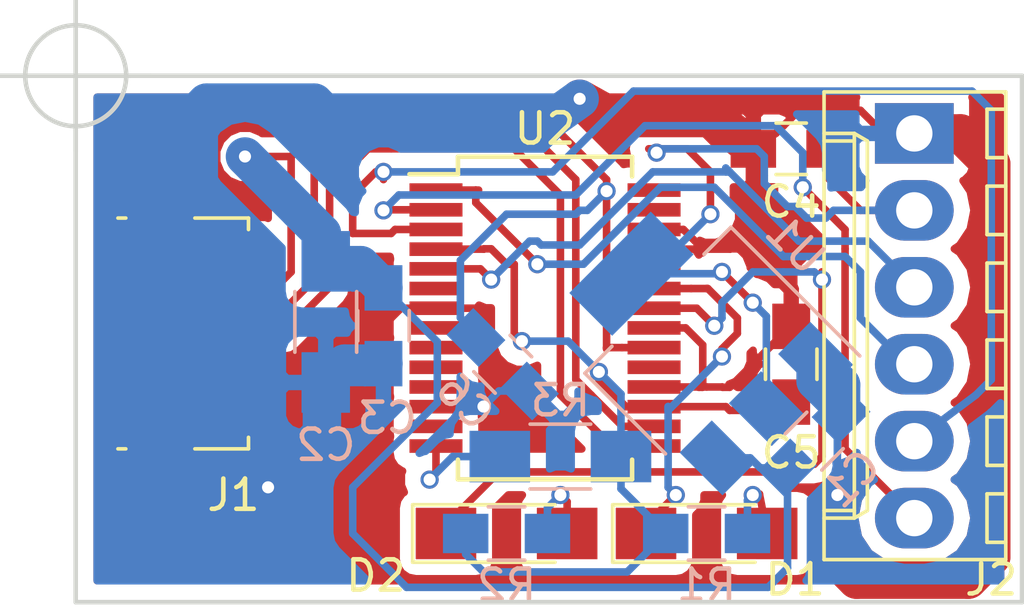
<source format=kicad_pcb>
(kicad_pcb (version 4) (host pcbnew 4.0.6)

  (general
    (links 44)
    (no_connects 0)
    (area 112.954999 86.411999 144.347001 103.942001)
    (thickness 1.6)
    (drawings 5)
    (tracks 355)
    (zones 0)
    (modules 15)
    (nets 26)
  )

  (page A4)
  (layers
    (0 F.Cu signal)
    (31 B.Cu signal)
    (32 B.Adhes user hide)
    (33 F.Adhes user hide)
    (34 B.Paste user)
    (35 F.Paste user)
    (36 B.SilkS user)
    (37 F.SilkS user)
    (38 B.Mask user)
    (39 F.Mask user)
    (40 Dwgs.User user hide)
    (41 Cmts.User user)
    (42 Eco1.User user)
    (43 Eco2.User user)
    (44 Edge.Cuts user)
    (45 Margin user)
    (46 B.CrtYd user)
    (47 F.CrtYd user)
    (48 B.Fab user)
    (49 F.Fab user)
  )

  (setup
    (last_trace_width 0.25)
    (user_trace_width 1.27)
    (trace_clearance 0.2)
    (zone_clearance 0.508)
    (zone_45_only no)
    (trace_min 0.2)
    (segment_width 0.2)
    (edge_width 0.15)
    (via_size 0.6)
    (via_drill 0.4)
    (via_min_size 0.4)
    (via_min_drill 0.3)
    (uvia_size 0.3)
    (uvia_drill 0.1)
    (uvias_allowed no)
    (uvia_min_size 0.2)
    (uvia_min_drill 0.1)
    (pcb_text_width 0.3)
    (pcb_text_size 1.5 1.5)
    (mod_edge_width 0.15)
    (mod_text_size 1 1)
    (mod_text_width 0.15)
    (pad_size 1.524 1.524)
    (pad_drill 0.762)
    (pad_to_mask_clearance 0.2)
    (aux_axis_origin 113.03 86.487)
    (grid_origin 113.03 86.487)
    (visible_elements 7FFFFFFF)
    (pcbplotparams
      (layerselection 0x011fc_80000001)
      (usegerberextensions true)
      (excludeedgelayer true)
      (linewidth 0.100000)
      (plotframeref false)
      (viasonmask false)
      (mode 1)
      (useauxorigin false)
      (hpglpennumber 1)
      (hpglpenspeed 20)
      (hpglpendiameter 15)
      (hpglpenoverlay 2)
      (psnegative false)
      (psa4output false)
      (plotreference true)
      (plotvalue true)
      (plotinvisibletext false)
      (padsonsilk false)
      (subtractmaskfromsilk false)
      (outputformat 1)
      (mirror false)
      (drillshape 0)
      (scaleselection 1)
      (outputdirectory pcb_output/))
  )

  (net 0 "")
  (net 1 +5V)
  (net 2 GND)
  (net 3 +3V3)
  (net 4 /VCC_IO)
  (net 5 "Net-(D1-Pad1)")
  (net 6 "Net-(D1-Pad2)")
  (net 7 "Net-(D2-Pad1)")
  (net 8 "Net-(D2-Pad2)")
  (net 9 "Net-(J1-Pad2)")
  (net 10 "Net-(J1-Pad3)")
  (net 11 "Net-(J1-Pad4)")
  (net 12 "Net-(J2-Pad3)")
  (net 13 "Net-(J2-Pad4)")
  (net 14 "Net-(J2-Pad5)")
  (net 15 "Net-(J2-Pad6)")
  (net 16 "Net-(R3-Pad2)")
  (net 17 "Net-(U2-Pad6)")
  (net 18 "Net-(U2-Pad9)")
  (net 19 "Net-(U2-Pad10)")
  (net 20 "Net-(U2-Pad11)")
  (net 21 "Net-(U2-Pad12)")
  (net 22 "Net-(U2-Pad13)")
  (net 23 "Net-(U2-Pad19)")
  (net 24 "Net-(U2-Pad27)")
  (net 25 "Net-(U2-Pad28)")

  (net_class Default "This is the default net class."
    (clearance 0.2)
    (trace_width 0.25)
    (via_dia 0.6)
    (via_drill 0.4)
    (uvia_dia 0.3)
    (uvia_drill 0.1)
    (add_net +3V3)
    (add_net +5V)
    (add_net /VCC_IO)
    (add_net GND)
    (add_net "Net-(D1-Pad1)")
    (add_net "Net-(D1-Pad2)")
    (add_net "Net-(D2-Pad1)")
    (add_net "Net-(D2-Pad2)")
    (add_net "Net-(J1-Pad2)")
    (add_net "Net-(J1-Pad3)")
    (add_net "Net-(J1-Pad4)")
    (add_net "Net-(J2-Pad3)")
    (add_net "Net-(J2-Pad4)")
    (add_net "Net-(J2-Pad5)")
    (add_net "Net-(J2-Pad6)")
    (add_net "Net-(R3-Pad2)")
    (add_net "Net-(U2-Pad10)")
    (add_net "Net-(U2-Pad11)")
    (add_net "Net-(U2-Pad12)")
    (add_net "Net-(U2-Pad13)")
    (add_net "Net-(U2-Pad19)")
    (add_net "Net-(U2-Pad27)")
    (add_net "Net-(U2-Pad28)")
    (add_net "Net-(U2-Pad6)")
    (add_net "Net-(U2-Pad9)")
  )

  (module Capacitors_SMD:C_0805_HandSoldering (layer B.Cu) (tedit 58AA84A8) (tstamp 59EBA802)
    (at 137.414 98.552 45)
    (descr "Capacitor SMD 0805, hand soldering")
    (tags "capacitor 0805")
    (path /59EBD662)
    (attr smd)
    (fp_text reference C1 (at 0 1.75 45) (layer B.SilkS)
      (effects (font (size 1 1) (thickness 0.15)) (justify mirror))
    )
    (fp_text value 100n (at 0 -1.75 45) (layer B.Fab)
      (effects (font (size 1 1) (thickness 0.15)) (justify mirror))
    )
    (fp_text user %R (at 0 1.75 45) (layer B.Fab)
      (effects (font (size 1 1) (thickness 0.15)) (justify mirror))
    )
    (fp_line (start -1 -0.62) (end -1 0.62) (layer B.Fab) (width 0.1))
    (fp_line (start 1 -0.62) (end -1 -0.62) (layer B.Fab) (width 0.1))
    (fp_line (start 1 0.62) (end 1 -0.62) (layer B.Fab) (width 0.1))
    (fp_line (start -1 0.62) (end 1 0.62) (layer B.Fab) (width 0.1))
    (fp_line (start 0.5 0.85) (end -0.5 0.85) (layer B.SilkS) (width 0.12))
    (fp_line (start -0.5 -0.85) (end 0.5 -0.85) (layer B.SilkS) (width 0.12))
    (fp_line (start -2.25 0.88) (end 2.25 0.88) (layer B.CrtYd) (width 0.05))
    (fp_line (start -2.25 0.88) (end -2.25 -0.87) (layer B.CrtYd) (width 0.05))
    (fp_line (start 2.25 -0.87) (end 2.25 0.88) (layer B.CrtYd) (width 0.05))
    (fp_line (start 2.25 -0.87) (end -2.25 -0.87) (layer B.CrtYd) (width 0.05))
    (pad 1 smd rect (at -1.25 0 45) (size 1.5 1.25) (layers B.Cu B.Paste B.Mask)
      (net 1 +5V))
    (pad 2 smd rect (at 1.25 0 45) (size 1.5 1.25) (layers B.Cu B.Paste B.Mask)
      (net 2 GND))
    (model Capacitors_SMD.3dshapes/C_0805.wrl
      (at (xyz 0 0 0))
      (scale (xyz 1 1 1))
      (rotate (xyz 0 0 0))
    )
  )

  (module Capacitors_SMD:C_0805_HandSoldering (layer B.Cu) (tedit 59EC8169) (tstamp 59EBA80E)
    (at 123.19 94.742 270)
    (descr "Capacitor SMD 0805, hand soldering")
    (tags "capacitor 0805")
    (path /59EBA21E)
    (attr smd)
    (fp_text reference C3 (at 3.048 -0.127 360) (layer B.SilkS)
      (effects (font (size 1 1) (thickness 0.15)) (justify mirror))
    )
    (fp_text value 100n (at 0 -1.75 270) (layer B.Fab)
      (effects (font (size 1 1) (thickness 0.15)) (justify mirror))
    )
    (fp_text user %R (at 3.048 -0.127 360) (layer B.Fab)
      (effects (font (size 1 1) (thickness 0.15)) (justify mirror))
    )
    (fp_line (start -1 -0.62) (end -1 0.62) (layer B.Fab) (width 0.1))
    (fp_line (start 1 -0.62) (end -1 -0.62) (layer B.Fab) (width 0.1))
    (fp_line (start 1 0.62) (end 1 -0.62) (layer B.Fab) (width 0.1))
    (fp_line (start -1 0.62) (end 1 0.62) (layer B.Fab) (width 0.1))
    (fp_line (start 0.5 0.85) (end -0.5 0.85) (layer B.SilkS) (width 0.12))
    (fp_line (start -0.5 -0.85) (end 0.5 -0.85) (layer B.SilkS) (width 0.12))
    (fp_line (start -2.25 0.88) (end 2.25 0.88) (layer B.CrtYd) (width 0.05))
    (fp_line (start -2.25 0.88) (end -2.25 -0.87) (layer B.CrtYd) (width 0.05))
    (fp_line (start 2.25 -0.87) (end 2.25 0.88) (layer B.CrtYd) (width 0.05))
    (fp_line (start 2.25 -0.87) (end -2.25 -0.87) (layer B.CrtYd) (width 0.05))
    (pad 1 smd rect (at -1.25 0 270) (size 1.5 1.25) (layers B.Cu B.Paste B.Mask)
      (net 1 +5V))
    (pad 2 smd rect (at 1.25 0 270) (size 1.5 1.25) (layers B.Cu B.Paste B.Mask)
      (net 2 GND))
    (model Capacitors_SMD.3dshapes/C_0805.wrl
      (at (xyz 0 0 0))
      (scale (xyz 1 1 1))
      (rotate (xyz 0 0 0))
    )
  )

  (module Capacitors_SMD:C_0805_HandSoldering (layer F.Cu) (tedit 58AA84A8) (tstamp 59EBA814)
    (at 136.652 88.9 180)
    (descr "Capacitor SMD 0805, hand soldering")
    (tags "capacitor 0805")
    (path /59EBE2C5)
    (attr smd)
    (fp_text reference C4 (at 0 -1.75 180) (layer F.SilkS)
      (effects (font (size 1 1) (thickness 0.15)))
    )
    (fp_text value 100n (at 0 1.75 180) (layer F.Fab)
      (effects (font (size 1 1) (thickness 0.15)))
    )
    (fp_text user %R (at 0 -1.75 180) (layer F.Fab)
      (effects (font (size 1 1) (thickness 0.15)))
    )
    (fp_line (start -1 0.62) (end -1 -0.62) (layer F.Fab) (width 0.1))
    (fp_line (start 1 0.62) (end -1 0.62) (layer F.Fab) (width 0.1))
    (fp_line (start 1 -0.62) (end 1 0.62) (layer F.Fab) (width 0.1))
    (fp_line (start -1 -0.62) (end 1 -0.62) (layer F.Fab) (width 0.1))
    (fp_line (start 0.5 -0.85) (end -0.5 -0.85) (layer F.SilkS) (width 0.12))
    (fp_line (start -0.5 0.85) (end 0.5 0.85) (layer F.SilkS) (width 0.12))
    (fp_line (start -2.25 -0.88) (end 2.25 -0.88) (layer F.CrtYd) (width 0.05))
    (fp_line (start -2.25 -0.88) (end -2.25 0.87) (layer F.CrtYd) (width 0.05))
    (fp_line (start 2.25 0.87) (end 2.25 -0.88) (layer F.CrtYd) (width 0.05))
    (fp_line (start 2.25 0.87) (end -2.25 0.87) (layer F.CrtYd) (width 0.05))
    (pad 1 smd rect (at -1.25 0 180) (size 1.5 1.25) (layers F.Cu F.Paste F.Mask)
      (net 3 +3V3))
    (pad 2 smd rect (at 1.25 0 180) (size 1.5 1.25) (layers F.Cu F.Paste F.Mask)
      (net 2 GND))
    (model Capacitors_SMD.3dshapes/C_0805.wrl
      (at (xyz 0 0 0))
      (scale (xyz 1 1 1))
      (rotate (xyz 0 0 0))
    )
  )

  (module Capacitors_SMD:C_0805_HandSoldering (layer F.Cu) (tedit 59EC818B) (tstamp 59EBA81A)
    (at 136.652 96.012 270)
    (descr "Capacitor SMD 0805, hand soldering")
    (tags "capacitor 0805")
    (path /59EBAFA9)
    (attr smd)
    (fp_text reference C5 (at 2.921 0 360) (layer F.SilkS)
      (effects (font (size 1 1) (thickness 0.15)))
    )
    (fp_text value 100n (at 0 1.75 270) (layer F.Fab)
      (effects (font (size 1 1) (thickness 0.15)))
    )
    (fp_text user %R (at 0 -1.75 270) (layer F.Fab)
      (effects (font (size 1 1) (thickness 0.15)))
    )
    (fp_line (start -1 0.62) (end -1 -0.62) (layer F.Fab) (width 0.1))
    (fp_line (start 1 0.62) (end -1 0.62) (layer F.Fab) (width 0.1))
    (fp_line (start 1 -0.62) (end 1 0.62) (layer F.Fab) (width 0.1))
    (fp_line (start -1 -0.62) (end 1 -0.62) (layer F.Fab) (width 0.1))
    (fp_line (start 0.5 -0.85) (end -0.5 -0.85) (layer F.SilkS) (width 0.12))
    (fp_line (start -0.5 0.85) (end 0.5 0.85) (layer F.SilkS) (width 0.12))
    (fp_line (start -2.25 -0.88) (end 2.25 -0.88) (layer F.CrtYd) (width 0.05))
    (fp_line (start -2.25 -0.88) (end -2.25 0.87) (layer F.CrtYd) (width 0.05))
    (fp_line (start 2.25 0.87) (end 2.25 -0.88) (layer F.CrtYd) (width 0.05))
    (fp_line (start 2.25 0.87) (end -2.25 0.87) (layer F.CrtYd) (width 0.05))
    (pad 1 smd rect (at -1.25 0 270) (size 1.5 1.25) (layers F.Cu F.Paste F.Mask)
      (net 2 GND))
    (pad 2 smd rect (at 1.25 0 270) (size 1.5 1.25) (layers F.Cu F.Paste F.Mask)
      (net 4 /VCC_IO))
    (model Capacitors_SMD.3dshapes/C_0805.wrl
      (at (xyz 0 0 0))
      (scale (xyz 1 1 1))
      (rotate (xyz 0 0 0))
    )
  )

  (module Capacitors_SMD:C_0805_HandSoldering (layer B.Cu) (tedit 58AA84A8) (tstamp 59EBA820)
    (at 127.127 96.012 315)
    (descr "Capacitor SMD 0805, hand soldering")
    (tags "capacitor 0805")
    (path /59EBAB76)
    (attr smd)
    (fp_text reference C6 (at 0 1.75 315) (layer B.SilkS)
      (effects (font (size 1 1) (thickness 0.15)) (justify mirror))
    )
    (fp_text value 100n (at 0 -1.75 315) (layer B.Fab)
      (effects (font (size 1 1) (thickness 0.15)) (justify mirror))
    )
    (fp_text user %R (at 0 1.75 315) (layer B.Fab)
      (effects (font (size 1 1) (thickness 0.15)) (justify mirror))
    )
    (fp_line (start -1 -0.62) (end -1 0.62) (layer B.Fab) (width 0.1))
    (fp_line (start 1 -0.62) (end -1 -0.62) (layer B.Fab) (width 0.1))
    (fp_line (start 1 0.62) (end 1 -0.62) (layer B.Fab) (width 0.1))
    (fp_line (start -1 0.62) (end 1 0.62) (layer B.Fab) (width 0.1))
    (fp_line (start 0.5 0.85) (end -0.5 0.85) (layer B.SilkS) (width 0.12))
    (fp_line (start -0.5 -0.85) (end 0.5 -0.85) (layer B.SilkS) (width 0.12))
    (fp_line (start -2.25 0.88) (end 2.25 0.88) (layer B.CrtYd) (width 0.05))
    (fp_line (start -2.25 0.88) (end -2.25 -0.87) (layer B.CrtYd) (width 0.05))
    (fp_line (start 2.25 -0.87) (end 2.25 0.88) (layer B.CrtYd) (width 0.05))
    (fp_line (start 2.25 -0.87) (end -2.25 -0.87) (layer B.CrtYd) (width 0.05))
    (pad 1 smd rect (at -1.25 0 315) (size 1.5 1.25) (layers B.Cu B.Paste B.Mask)
      (net 1 +5V))
    (pad 2 smd rect (at 1.25 0 315) (size 1.5 1.25) (layers B.Cu B.Paste B.Mask)
      (net 2 GND))
    (model Capacitors_SMD.3dshapes/C_0805.wrl
      (at (xyz 0 0 0))
      (scale (xyz 1 1 1))
      (rotate (xyz 0 0 0))
    )
  )

  (module LEDs:LED_1206_HandSoldering (layer F.Cu) (tedit 59EC80B7) (tstamp 59EBA826)
    (at 133.858 101.6)
    (descr "LED SMD 1206, hand soldering")
    (tags "LED 1206")
    (path /59EBBA6F)
    (attr smd)
    (fp_text reference D1 (at 2.921 1.524) (layer F.SilkS)
      (effects (font (size 1 1) (thickness 0.15)))
    )
    (fp_text value Tx (at 0 1.9) (layer F.Fab)
      (effects (font (size 1 1) (thickness 0.15)))
    )
    (fp_line (start -3.1 -0.95) (end -3.1 0.95) (layer F.SilkS) (width 0.12))
    (fp_line (start -0.4 0) (end 0.2 -0.4) (layer F.Fab) (width 0.1))
    (fp_line (start 0.2 -0.4) (end 0.2 0.4) (layer F.Fab) (width 0.1))
    (fp_line (start 0.2 0.4) (end -0.4 0) (layer F.Fab) (width 0.1))
    (fp_line (start -0.45 -0.4) (end -0.45 0.4) (layer F.Fab) (width 0.1))
    (fp_line (start -1.6 0.8) (end -1.6 -0.8) (layer F.Fab) (width 0.1))
    (fp_line (start 1.6 0.8) (end -1.6 0.8) (layer F.Fab) (width 0.1))
    (fp_line (start 1.6 -0.8) (end 1.6 0.8) (layer F.Fab) (width 0.1))
    (fp_line (start -1.6 -0.8) (end 1.6 -0.8) (layer F.Fab) (width 0.1))
    (fp_line (start -3.1 0.95) (end 1.6 0.95) (layer F.SilkS) (width 0.12))
    (fp_line (start -3.1 -0.95) (end 1.6 -0.95) (layer F.SilkS) (width 0.12))
    (fp_line (start -3.25 -1.11) (end 3.25 -1.11) (layer F.CrtYd) (width 0.05))
    (fp_line (start -3.25 -1.11) (end -3.25 1.1) (layer F.CrtYd) (width 0.05))
    (fp_line (start 3.25 1.1) (end 3.25 -1.11) (layer F.CrtYd) (width 0.05))
    (fp_line (start 3.25 1.1) (end -3.25 1.1) (layer F.CrtYd) (width 0.05))
    (pad 1 smd rect (at -2 0) (size 2 1.7) (layers F.Cu F.Paste F.Mask)
      (net 5 "Net-(D1-Pad1)"))
    (pad 2 smd rect (at 2 0) (size 2 1.7) (layers F.Cu F.Paste F.Mask)
      (net 6 "Net-(D1-Pad2)"))
    (model ${KISYS3DMOD}/LEDs.3dshapes/LED_1206.wrl
      (at (xyz 0 0 0))
      (scale (xyz 1 1 1))
      (rotate (xyz 0 0 180))
    )
  )

  (module LEDs:LED_1206_HandSoldering (layer F.Cu) (tedit 59EC80AF) (tstamp 59EBA82C)
    (at 127.254 101.6)
    (descr "LED SMD 1206, hand soldering")
    (tags "LED 1206")
    (path /59EBBB24)
    (attr smd)
    (fp_text reference D2 (at -4.318 1.397) (layer F.SilkS)
      (effects (font (size 1 1) (thickness 0.15)))
    )
    (fp_text value Rx (at 0 1.9) (layer F.Fab)
      (effects (font (size 1 1) (thickness 0.15)))
    )
    (fp_line (start -3.1 -0.95) (end -3.1 0.95) (layer F.SilkS) (width 0.12))
    (fp_line (start -0.4 0) (end 0.2 -0.4) (layer F.Fab) (width 0.1))
    (fp_line (start 0.2 -0.4) (end 0.2 0.4) (layer F.Fab) (width 0.1))
    (fp_line (start 0.2 0.4) (end -0.4 0) (layer F.Fab) (width 0.1))
    (fp_line (start -0.45 -0.4) (end -0.45 0.4) (layer F.Fab) (width 0.1))
    (fp_line (start -1.6 0.8) (end -1.6 -0.8) (layer F.Fab) (width 0.1))
    (fp_line (start 1.6 0.8) (end -1.6 0.8) (layer F.Fab) (width 0.1))
    (fp_line (start 1.6 -0.8) (end 1.6 0.8) (layer F.Fab) (width 0.1))
    (fp_line (start -1.6 -0.8) (end 1.6 -0.8) (layer F.Fab) (width 0.1))
    (fp_line (start -3.1 0.95) (end 1.6 0.95) (layer F.SilkS) (width 0.12))
    (fp_line (start -3.1 -0.95) (end 1.6 -0.95) (layer F.SilkS) (width 0.12))
    (fp_line (start -3.25 -1.11) (end 3.25 -1.11) (layer F.CrtYd) (width 0.05))
    (fp_line (start -3.25 -1.11) (end -3.25 1.1) (layer F.CrtYd) (width 0.05))
    (fp_line (start 3.25 1.1) (end 3.25 -1.11) (layer F.CrtYd) (width 0.05))
    (fp_line (start 3.25 1.1) (end -3.25 1.1) (layer F.CrtYd) (width 0.05))
    (pad 1 smd rect (at -2 0) (size 2 1.7) (layers F.Cu F.Paste F.Mask)
      (net 7 "Net-(D2-Pad1)"))
    (pad 2 smd rect (at 2 0) (size 2 1.7) (layers F.Cu F.Paste F.Mask)
      (net 8 "Net-(D2-Pad2)"))
    (model ${KISYS3DMOD}/LEDs.3dshapes/LED_1206.wrl
      (at (xyz 0 0 0))
      (scale (xyz 1 1 1))
      (rotate (xyz 0 0 180))
    )
  )

  (module Connectors_USB:USB_Micro-B_Molex_47346-0001 (layer F.Cu) (tedit 59EC80C4) (tstamp 59EBA83B)
    (at 115.824 94.996 270)
    (descr "Micro USB B receptable with flange, bottom-mount, SMD, right-angle (http://www.molex.com/pdm_docs/sd/473460001_sd.pdf)")
    (tags "Micro B USB SMD")
    (path /59EB9F56)
    (attr smd)
    (fp_text reference J1 (at 5.334 -2.413 540) (layer F.SilkS)
      (effects (font (size 1 1) (thickness 0.15)))
    )
    (fp_text value USB_OTG (at 0 3.4 450) (layer F.Fab)
      (effects (font (size 1 1) (thickness 0.15)))
    )
    (fp_text user "PCB Edge" (at 0 1.47 450) (layer Dwgs.User)
      (effects (font (size 0.4 0.4) (thickness 0.04)))
    )
    (fp_text user %R (at 0 0 270) (layer F.Fab)
      (effects (font (size 1 1) (thickness 0.15)))
    )
    (fp_line (start 3.81 -2.91) (end 3.43 -2.91) (layer F.SilkS) (width 0.12))
    (fp_line (start 4.6 2.7) (end -4.6 2.7) (layer F.CrtYd) (width 0.05))
    (fp_line (start 4.6 -3.9) (end 4.6 2.7) (layer F.CrtYd) (width 0.05))
    (fp_line (start -4.6 -3.9) (end 4.6 -3.9) (layer F.CrtYd) (width 0.05))
    (fp_line (start -4.6 2.7) (end -4.6 -3.9) (layer F.CrtYd) (width 0.05))
    (fp_line (start 3.75 2.15) (end -3.75 2.15) (layer F.Fab) (width 0.1))
    (fp_line (start 3.75 -2.85) (end 3.75 2.15) (layer F.Fab) (width 0.1))
    (fp_line (start -3.75 -2.85) (end 3.75 -2.85) (layer F.Fab) (width 0.1))
    (fp_line (start -3.75 2.15) (end -3.75 -2.85) (layer F.Fab) (width 0.1))
    (fp_line (start 3.81 1.14) (end 3.81 1.4) (layer F.SilkS) (width 0.12))
    (fp_line (start 3.81 -2.91) (end 3.81 -1.14) (layer F.SilkS) (width 0.12))
    (fp_line (start -3.81 -2.91) (end -3.43 -2.91) (layer F.SilkS) (width 0.12))
    (fp_line (start -3.81 -1.14) (end -3.81 -2.91) (layer F.SilkS) (width 0.12))
    (fp_line (start -3.81 1.4) (end -3.81 1.14) (layer F.SilkS) (width 0.12))
    (fp_line (start -3.25 1.45) (end 3.25 1.45) (layer F.Fab) (width 0.1))
    (pad 1 smd rect (at -1.3 -2.66 270) (size 0.45 1.38) (layers F.Cu F.Paste F.Mask)
      (net 1 +5V))
    (pad 2 smd rect (at -0.65 -2.66 270) (size 0.45 1.38) (layers F.Cu F.Paste F.Mask)
      (net 9 "Net-(J1-Pad2)"))
    (pad 3 smd rect (at 0 -2.66 270) (size 0.45 1.38) (layers F.Cu F.Paste F.Mask)
      (net 10 "Net-(J1-Pad3)"))
    (pad 4 smd rect (at 0.65 -2.66 270) (size 0.45 1.38) (layers F.Cu F.Paste F.Mask)
      (net 11 "Net-(J1-Pad4)"))
    (pad 5 smd rect (at 1.3 -2.66 270) (size 0.45 1.38) (layers F.Cu F.Paste F.Mask)
      (net 2 GND))
    (pad 6 smd rect (at -2.4625 -2.3 270) (size 1.475 2.1) (layers F.Cu F.Paste F.Mask)
      (net 2 GND))
    (pad 6 smd rect (at 2.4625 -2.3 270) (size 1.475 2.1) (layers F.Cu F.Paste F.Mask)
      (net 2 GND))
    (pad 6 smd rect (at -2.91 0 270) (size 2.375 1.9) (layers F.Cu F.Paste F.Mask)
      (net 2 GND))
    (pad 6 smd rect (at 2.91 0 270) (size 2.375 1.9) (layers F.Cu F.Paste F.Mask)
      (net 2 GND))
    (pad 6 smd rect (at -0.84 0 270) (size 1.175 1.9) (layers F.Cu F.Paste F.Mask)
      (net 2 GND))
    (pad 6 smd rect (at 0.84 0 270) (size 1.175 1.9) (layers F.Cu F.Paste F.Mask)
      (net 2 GND))
    (model ${KISYS3DMOD}/Connectors_USB.3dshapes/USB_Micro-B_Molex_47346-0001.wrl
      (at (xyz 0 0 0))
      (scale (xyz 1 1 1))
      (rotate (xyz 0 0 0))
    )
  )

  (module Connectors_Molex:Molex_KK-6410-06_06x2.54mm_Straight (layer F.Cu) (tedit 59EC80CD) (tstamp 59EBA845)
    (at 140.716 88.392 270)
    (descr "Connector Headers with Friction Lock, 22-27-2061, http://www.molex.com/pdm_docs/sd/022272021_sd.pdf")
    (tags "connector molex kk_6410 22-27-2061")
    (path /59EC0B1E)
    (fp_text reference J2 (at 14.732 -2.54 360) (layer F.SilkS)
      (effects (font (size 1 1) (thickness 0.15)))
    )
    (fp_text value OUT (at 6.35 4.5 270) (layer F.Fab)
      (effects (font (size 1 1) (thickness 0.15)))
    )
    (fp_line (start -1.47 -3.12) (end -1.47 3.08) (layer F.Fab) (width 0.12))
    (fp_line (start -1.47 3.08) (end 14.17 3.08) (layer F.Fab) (width 0.12))
    (fp_line (start 14.17 3.08) (end 14.17 -3.12) (layer F.Fab) (width 0.12))
    (fp_line (start 14.17 -3.12) (end -1.47 -3.12) (layer F.Fab) (width 0.12))
    (fp_line (start -1.37 -3.02) (end -1.37 2.98) (layer F.SilkS) (width 0.12))
    (fp_line (start -1.37 2.98) (end 14.07 2.98) (layer F.SilkS) (width 0.12))
    (fp_line (start 14.07 2.98) (end 14.07 -3.02) (layer F.SilkS) (width 0.12))
    (fp_line (start 14.07 -3.02) (end -1.37 -3.02) (layer F.SilkS) (width 0.12))
    (fp_line (start 0 2.98) (end 0 1.98) (layer F.SilkS) (width 0.12))
    (fp_line (start 0 1.98) (end 12.7 1.98) (layer F.SilkS) (width 0.12))
    (fp_line (start 12.7 1.98) (end 12.7 2.98) (layer F.SilkS) (width 0.12))
    (fp_line (start 0 1.98) (end 0.25 1.55) (layer F.SilkS) (width 0.12))
    (fp_line (start 0.25 1.55) (end 12.45 1.55) (layer F.SilkS) (width 0.12))
    (fp_line (start 12.45 1.55) (end 12.7 1.98) (layer F.SilkS) (width 0.12))
    (fp_line (start 0.25 2.98) (end 0.25 1.98) (layer F.SilkS) (width 0.12))
    (fp_line (start 12.45 2.98) (end 12.45 1.98) (layer F.SilkS) (width 0.12))
    (fp_line (start -0.8 -3.02) (end -0.8 -2.4) (layer F.SilkS) (width 0.12))
    (fp_line (start -0.8 -2.4) (end 0.8 -2.4) (layer F.SilkS) (width 0.12))
    (fp_line (start 0.8 -2.4) (end 0.8 -3.02) (layer F.SilkS) (width 0.12))
    (fp_line (start 1.74 -3.02) (end 1.74 -2.4) (layer F.SilkS) (width 0.12))
    (fp_line (start 1.74 -2.4) (end 3.34 -2.4) (layer F.SilkS) (width 0.12))
    (fp_line (start 3.34 -2.4) (end 3.34 -3.02) (layer F.SilkS) (width 0.12))
    (fp_line (start 4.28 -3.02) (end 4.28 -2.4) (layer F.SilkS) (width 0.12))
    (fp_line (start 4.28 -2.4) (end 5.88 -2.4) (layer F.SilkS) (width 0.12))
    (fp_line (start 5.88 -2.4) (end 5.88 -3.02) (layer F.SilkS) (width 0.12))
    (fp_line (start 6.82 -3.02) (end 6.82 -2.4) (layer F.SilkS) (width 0.12))
    (fp_line (start 6.82 -2.4) (end 8.42 -2.4) (layer F.SilkS) (width 0.12))
    (fp_line (start 8.42 -2.4) (end 8.42 -3.02) (layer F.SilkS) (width 0.12))
    (fp_line (start 9.36 -3.02) (end 9.36 -2.4) (layer F.SilkS) (width 0.12))
    (fp_line (start 9.36 -2.4) (end 10.96 -2.4) (layer F.SilkS) (width 0.12))
    (fp_line (start 10.96 -2.4) (end 10.96 -3.02) (layer F.SilkS) (width 0.12))
    (fp_line (start 11.9 -3.02) (end 11.9 -2.4) (layer F.SilkS) (width 0.12))
    (fp_line (start 11.9 -2.4) (end 13.5 -2.4) (layer F.SilkS) (width 0.12))
    (fp_line (start 13.5 -2.4) (end 13.5 -3.02) (layer F.SilkS) (width 0.12))
    (fp_line (start -1.9 3.5) (end -1.9 -3.55) (layer F.CrtYd) (width 0.05))
    (fp_line (start -1.9 -3.55) (end 14.6 -3.55) (layer F.CrtYd) (width 0.05))
    (fp_line (start 14.6 -3.55) (end 14.6 3.5) (layer F.CrtYd) (width 0.05))
    (fp_line (start 14.6 3.5) (end -1.9 3.5) (layer F.CrtYd) (width 0.05))
    (fp_text user %R (at 6.35 0 270) (layer F.Fab)
      (effects (font (size 1 1) (thickness 0.15)))
    )
    (pad 1 thru_hole rect (at 0 0 270) (size 2 2.6) (drill 1.2) (layers *.Cu *.Mask)
      (net 2 GND))
    (pad 2 thru_hole oval (at 2.54 0 270) (size 2 2.6) (drill 1.2) (layers *.Cu *.Mask)
      (net 3 +3V3))
    (pad 3 thru_hole oval (at 5.08 0 270) (size 2 2.6) (drill 1.2) (layers *.Cu *.Mask)
      (net 12 "Net-(J2-Pad3)"))
    (pad 4 thru_hole oval (at 7.62 0 270) (size 2 2.6) (drill 1.2) (layers *.Cu *.Mask)
      (net 13 "Net-(J2-Pad4)"))
    (pad 5 thru_hole oval (at 10.16 0 270) (size 2 2.6) (drill 1.2) (layers *.Cu *.Mask)
      (net 14 "Net-(J2-Pad5)"))
    (pad 6 thru_hole oval (at 12.7 0 270) (size 2 2.6) (drill 1.2) (layers *.Cu *.Mask)
      (net 15 "Net-(J2-Pad6)"))
    (model ${KISYS3DMOD}/Connectors_Molex.3dshapes/Molex_KK-6410-06_06x2.54mm_Straight.wrl
      (at (xyz 0 0 0))
      (scale (xyz 1 1 1))
      (rotate (xyz 0 0 0))
    )
  )

  (module Resistors_SMD:R_0805_HandSoldering (layer B.Cu) (tedit 58E0A804) (tstamp 59EBA84B)
    (at 133.858 101.6)
    (descr "Resistor SMD 0805, hand soldering")
    (tags "resistor 0805")
    (path /59EBC005)
    (attr smd)
    (fp_text reference R1 (at 0 1.7) (layer B.SilkS)
      (effects (font (size 1 1) (thickness 0.15)) (justify mirror))
    )
    (fp_text value 270R (at 0 -1.75) (layer B.Fab)
      (effects (font (size 1 1) (thickness 0.15)) (justify mirror))
    )
    (fp_text user %R (at 0 0) (layer B.Fab)
      (effects (font (size 0.5 0.5) (thickness 0.075)) (justify mirror))
    )
    (fp_line (start -1 -0.62) (end -1 0.62) (layer B.Fab) (width 0.1))
    (fp_line (start 1 -0.62) (end -1 -0.62) (layer B.Fab) (width 0.1))
    (fp_line (start 1 0.62) (end 1 -0.62) (layer B.Fab) (width 0.1))
    (fp_line (start -1 0.62) (end 1 0.62) (layer B.Fab) (width 0.1))
    (fp_line (start 0.6 -0.88) (end -0.6 -0.88) (layer B.SilkS) (width 0.12))
    (fp_line (start -0.6 0.88) (end 0.6 0.88) (layer B.SilkS) (width 0.12))
    (fp_line (start -2.35 0.9) (end 2.35 0.9) (layer B.CrtYd) (width 0.05))
    (fp_line (start -2.35 0.9) (end -2.35 -0.9) (layer B.CrtYd) (width 0.05))
    (fp_line (start 2.35 -0.9) (end 2.35 0.9) (layer B.CrtYd) (width 0.05))
    (fp_line (start 2.35 -0.9) (end -2.35 -0.9) (layer B.CrtYd) (width 0.05))
    (pad 1 smd rect (at -1.35 0) (size 1.5 1.3) (layers B.Cu B.Paste B.Mask)
      (net 4 /VCC_IO))
    (pad 2 smd rect (at 1.35 0) (size 1.5 1.3) (layers B.Cu B.Paste B.Mask)
      (net 6 "Net-(D1-Pad2)"))
    (model ${KISYS3DMOD}/Resistors_SMD.3dshapes/R_0805.wrl
      (at (xyz 0 0 0))
      (scale (xyz 1 1 1))
      (rotate (xyz 0 0 0))
    )
  )

  (module Resistors_SMD:R_0805_HandSoldering (layer B.Cu) (tedit 58E0A804) (tstamp 59EBA851)
    (at 127.254 101.6)
    (descr "Resistor SMD 0805, hand soldering")
    (tags "resistor 0805")
    (path /59EBC090)
    (attr smd)
    (fp_text reference R2 (at 0 1.7) (layer B.SilkS)
      (effects (font (size 1 1) (thickness 0.15)) (justify mirror))
    )
    (fp_text value 270R (at 0 -1.75) (layer B.Fab)
      (effects (font (size 1 1) (thickness 0.15)) (justify mirror))
    )
    (fp_text user %R (at 0 0) (layer B.Fab)
      (effects (font (size 0.5 0.5) (thickness 0.075)) (justify mirror))
    )
    (fp_line (start -1 -0.62) (end -1 0.62) (layer B.Fab) (width 0.1))
    (fp_line (start 1 -0.62) (end -1 -0.62) (layer B.Fab) (width 0.1))
    (fp_line (start 1 0.62) (end 1 -0.62) (layer B.Fab) (width 0.1))
    (fp_line (start -1 0.62) (end 1 0.62) (layer B.Fab) (width 0.1))
    (fp_line (start 0.6 -0.88) (end -0.6 -0.88) (layer B.SilkS) (width 0.12))
    (fp_line (start -0.6 0.88) (end 0.6 0.88) (layer B.SilkS) (width 0.12))
    (fp_line (start -2.35 0.9) (end 2.35 0.9) (layer B.CrtYd) (width 0.05))
    (fp_line (start -2.35 0.9) (end -2.35 -0.9) (layer B.CrtYd) (width 0.05))
    (fp_line (start 2.35 -0.9) (end 2.35 0.9) (layer B.CrtYd) (width 0.05))
    (fp_line (start 2.35 -0.9) (end -2.35 -0.9) (layer B.CrtYd) (width 0.05))
    (pad 1 smd rect (at -1.35 0) (size 1.5 1.3) (layers B.Cu B.Paste B.Mask)
      (net 4 /VCC_IO))
    (pad 2 smd rect (at 1.35 0) (size 1.5 1.3) (layers B.Cu B.Paste B.Mask)
      (net 8 "Net-(D2-Pad2)"))
    (model ${KISYS3DMOD}/Resistors_SMD.3dshapes/R_0805.wrl
      (at (xyz 0 0 0))
      (scale (xyz 1 1 1))
      (rotate (xyz 0 0 0))
    )
  )

  (module Resistors_SMD:R_1206_HandSoldering (layer B.Cu) (tedit 58E0A804) (tstamp 59EBA857)
    (at 129.032 99.06 180)
    (descr "Resistor SMD 1206, hand soldering")
    (tags "resistor 1206")
    (path /59EBCAF8)
    (attr smd)
    (fp_text reference R3 (at 0 1.85 180) (layer B.SilkS)
      (effects (font (size 1 1) (thickness 0.15)) (justify mirror))
    )
    (fp_text value 10K (at 0 -1.9 180) (layer B.Fab)
      (effects (font (size 1 1) (thickness 0.15)) (justify mirror))
    )
    (fp_text user %R (at 0 0 180) (layer B.Fab)
      (effects (font (size 0.7 0.7) (thickness 0.105)) (justify mirror))
    )
    (fp_line (start -1.6 -0.8) (end -1.6 0.8) (layer B.Fab) (width 0.1))
    (fp_line (start 1.6 -0.8) (end -1.6 -0.8) (layer B.Fab) (width 0.1))
    (fp_line (start 1.6 0.8) (end 1.6 -0.8) (layer B.Fab) (width 0.1))
    (fp_line (start -1.6 0.8) (end 1.6 0.8) (layer B.Fab) (width 0.1))
    (fp_line (start 1 -1.07) (end -1 -1.07) (layer B.SilkS) (width 0.12))
    (fp_line (start -1 1.07) (end 1 1.07) (layer B.SilkS) (width 0.12))
    (fp_line (start -3.25 1.11) (end 3.25 1.11) (layer B.CrtYd) (width 0.05))
    (fp_line (start -3.25 1.11) (end -3.25 -1.1) (layer B.CrtYd) (width 0.05))
    (fp_line (start 3.25 -1.1) (end 3.25 1.11) (layer B.CrtYd) (width 0.05))
    (fp_line (start 3.25 -1.1) (end -3.25 -1.1) (layer B.CrtYd) (width 0.05))
    (pad 1 smd rect (at -2 0 180) (size 2 1.7) (layers B.Cu B.Paste B.Mask)
      (net 4 /VCC_IO))
    (pad 2 smd rect (at 2 0 180) (size 2 1.7) (layers B.Cu B.Paste B.Mask)
      (net 16 "Net-(R3-Pad2)"))
    (model ${KISYS3DMOD}/Resistors_SMD.3dshapes/R_1206.wrl
      (at (xyz 0 0 0))
      (scale (xyz 1 1 1))
      (rotate (xyz 0 0 0))
    )
  )

  (module TO_SOT_Packages_SMD:SOT-223 (layer B.Cu) (tedit 58CE4E7E) (tstamp 59EBA85F)
    (at 133.604 95.25 135)
    (descr "module CMS SOT223 4 pins")
    (tags "CMS SOT")
    (path /59EB9EA2)
    (attr smd)
    (fp_text reference U1 (at 0 4.5 135) (layer B.SilkS)
      (effects (font (size 1 1) (thickness 0.15)) (justify mirror))
    )
    (fp_text value AMS1117-3.3 (at 0 -4.5 135) (layer B.Fab)
      (effects (font (size 1 1) (thickness 0.15)) (justify mirror))
    )
    (fp_text user %R (at 0 0 405) (layer B.Fab)
      (effects (font (size 0.8 0.8) (thickness 0.12)) (justify mirror))
    )
    (fp_line (start -1.85 2.3) (end -0.8 3.35) (layer B.Fab) (width 0.1))
    (fp_line (start 1.91 -3.41) (end 1.91 -2.15) (layer B.SilkS) (width 0.12))
    (fp_line (start 1.91 3.41) (end 1.91 2.15) (layer B.SilkS) (width 0.12))
    (fp_line (start 4.4 3.6) (end -4.4 3.6) (layer B.CrtYd) (width 0.05))
    (fp_line (start 4.4 -3.6) (end 4.4 3.6) (layer B.CrtYd) (width 0.05))
    (fp_line (start -4.4 -3.6) (end 4.4 -3.6) (layer B.CrtYd) (width 0.05))
    (fp_line (start -4.4 3.6) (end -4.4 -3.6) (layer B.CrtYd) (width 0.05))
    (fp_line (start -1.85 2.3) (end -1.85 -3.35) (layer B.Fab) (width 0.1))
    (fp_line (start -1.85 -3.41) (end 1.91 -3.41) (layer B.SilkS) (width 0.12))
    (fp_line (start -0.8 3.35) (end 1.85 3.35) (layer B.Fab) (width 0.1))
    (fp_line (start -4.1 3.41) (end 1.91 3.41) (layer B.SilkS) (width 0.12))
    (fp_line (start -1.85 -3.35) (end 1.85 -3.35) (layer B.Fab) (width 0.1))
    (fp_line (start 1.85 3.35) (end 1.85 -3.35) (layer B.Fab) (width 0.1))
    (pad 4 smd rect (at 3.15 0 135) (size 2 3.8) (layers B.Cu B.Paste B.Mask)
      (net 3 +3V3))
    (pad 2 smd rect (at -3.15 0 135) (size 2 1.5) (layers B.Cu B.Paste B.Mask)
      (net 3 +3V3))
    (pad 3 smd rect (at -3.15 -2.3 135) (size 2 1.5) (layers B.Cu B.Paste B.Mask)
      (net 1 +5V))
    (pad 1 smd rect (at -3.15 2.3 135) (size 2 1.5) (layers B.Cu B.Paste B.Mask)
      (net 2 GND))
    (model ${KISYS3DMOD}/TO_SOT_Packages_SMD.3dshapes/SOT-223.wrl
      (at (xyz 0 0 0))
      (scale (xyz 1 1 1))
      (rotate (xyz 0 0 0))
    )
  )

  (module Housings_SSOP:SSOP-28_5.3x10.2mm_Pitch0.65mm (layer F.Cu) (tedit 59EBAD01) (tstamp 59EBA87F)
    (at 128.524 94.488)
    (descr "28-Lead Plastic Shrink Small Outline (SS)-5.30 mm Body [SSOP] (see Microchip Packaging Specification 00000049BS.pdf)")
    (tags "SSOP 0.65")
    (path /59EB9E3D)
    (attr smd)
    (fp_text reference U2 (at 0 -6.25) (layer F.SilkS)
      (effects (font (size 1 1) (thickness 0.15)))
    )
    (fp_text value FT232RL (at 5.588 5.334) (layer F.Fab)
      (effects (font (size 1 1) (thickness 0.15)))
    )
    (fp_line (start -1.65 -5.1) (end 2.65 -5.1) (layer F.Fab) (width 0.15))
    (fp_line (start 2.65 -5.1) (end 2.65 5.1) (layer F.Fab) (width 0.15))
    (fp_line (start 2.65 5.1) (end -2.65 5.1) (layer F.Fab) (width 0.15))
    (fp_line (start -2.65 5.1) (end -2.65 -4.1) (layer F.Fab) (width 0.15))
    (fp_line (start -2.65 -4.1) (end -1.65 -5.1) (layer F.Fab) (width 0.15))
    (fp_line (start -4.75 -5.5) (end -4.75 5.5) (layer F.CrtYd) (width 0.05))
    (fp_line (start 4.75 -5.5) (end 4.75 5.5) (layer F.CrtYd) (width 0.05))
    (fp_line (start -4.75 -5.5) (end 4.75 -5.5) (layer F.CrtYd) (width 0.05))
    (fp_line (start -4.75 5.5) (end 4.75 5.5) (layer F.CrtYd) (width 0.05))
    (fp_line (start -2.875 -5.325) (end -2.875 -4.75) (layer F.SilkS) (width 0.15))
    (fp_line (start 2.875 -5.325) (end 2.875 -4.675) (layer F.SilkS) (width 0.15))
    (fp_line (start 2.875 5.325) (end 2.875 4.675) (layer F.SilkS) (width 0.15))
    (fp_line (start -2.875 5.325) (end -2.875 4.675) (layer F.SilkS) (width 0.15))
    (fp_line (start -2.875 -5.325) (end 2.875 -5.325) (layer F.SilkS) (width 0.15))
    (fp_line (start -2.875 5.325) (end 2.875 5.325) (layer F.SilkS) (width 0.15))
    (fp_line (start -2.875 -4.75) (end -4.475 -4.75) (layer F.SilkS) (width 0.15))
    (fp_text user %R (at 0 0) (layer F.Fab)
      (effects (font (size 0.8 0.8) (thickness 0.15)))
    )
    (pad 1 smd rect (at -3.6 -4.225) (size 1.75 0.45) (layers F.Cu F.Paste F.Mask)
      (net 13 "Net-(J2-Pad4)"))
    (pad 2 smd rect (at -3.6 -3.575) (size 1.75 0.45) (layers F.Cu F.Paste F.Mask)
      (net 15 "Net-(J2-Pad6)"))
    (pad 3 smd rect (at -3.6 -2.925) (size 1.75 0.45) (layers F.Cu F.Paste F.Mask)
      (net 14 "Net-(J2-Pad5)"))
    (pad 4 smd rect (at -3.6 -2.275) (size 1.75 0.45) (layers F.Cu F.Paste F.Mask)
      (net 4 /VCC_IO))
    (pad 5 smd rect (at -3.6 -1.625) (size 1.75 0.45) (layers F.Cu F.Paste F.Mask)
      (net 12 "Net-(J2-Pad3)"))
    (pad 6 smd rect (at -3.6 -0.975) (size 1.75 0.45) (layers F.Cu F.Paste F.Mask)
      (net 17 "Net-(U2-Pad6)"))
    (pad 7 smd rect (at -3.6 -0.325) (size 1.75 0.45) (layers F.Cu F.Paste F.Mask)
      (net 2 GND))
    (pad 8 smd rect (at -3.6 0.325) (size 1.75 0.45) (layers F.Cu F.Paste F.Mask))
    (pad 9 smd rect (at -3.6 0.975) (size 1.75 0.45) (layers F.Cu F.Paste F.Mask)
      (net 18 "Net-(U2-Pad9)"))
    (pad 10 smd rect (at -3.6 1.625) (size 1.75 0.45) (layers F.Cu F.Paste F.Mask)
      (net 19 "Net-(U2-Pad10)"))
    (pad 11 smd rect (at -3.6 2.275) (size 1.75 0.45) (layers F.Cu F.Paste F.Mask)
      (net 20 "Net-(U2-Pad11)"))
    (pad 12 smd rect (at -3.6 2.925) (size 1.75 0.45) (layers F.Cu F.Paste F.Mask)
      (net 21 "Net-(U2-Pad12)"))
    (pad 13 smd rect (at -3.6 3.575) (size 1.75 0.45) (layers F.Cu F.Paste F.Mask)
      (net 22 "Net-(U2-Pad13)"))
    (pad 14 smd rect (at -3.6 4.225) (size 1.75 0.45) (layers F.Cu F.Paste F.Mask)
      (net 16 "Net-(R3-Pad2)"))
    (pad 15 smd rect (at 3.6 4.225) (size 1.75 0.45) (layers F.Cu F.Paste F.Mask)
      (net 10 "Net-(J1-Pad3)"))
    (pad 16 smd rect (at 3.6 3.575) (size 1.75 0.45) (layers F.Cu F.Paste F.Mask)
      (net 9 "Net-(J1-Pad2)"))
    (pad 17 smd rect (at 3.6 2.925) (size 1.75 0.45) (layers F.Cu F.Paste F.Mask)
      (net 4 /VCC_IO))
    (pad 18 smd rect (at 3.6 2.275) (size 1.75 0.45) (layers F.Cu F.Paste F.Mask)
      (net 2 GND))
    (pad 19 smd rect (at 3.6 1.625) (size 1.75 0.45) (layers F.Cu F.Paste F.Mask)
      (net 23 "Net-(U2-Pad19)"))
    (pad 20 smd rect (at 3.6 0.975) (size 1.75 0.45) (layers F.Cu F.Paste F.Mask)
      (net 1 +5V))
    (pad 21 smd rect (at 3.6 0.325) (size 1.75 0.45) (layers F.Cu F.Paste F.Mask)
      (net 2 GND))
    (pad 22 smd rect (at 3.6 -0.325) (size 1.75 0.45) (layers F.Cu F.Paste F.Mask)
      (net 7 "Net-(D2-Pad1)"))
    (pad 23 smd rect (at 3.6 -0.975) (size 1.75 0.45) (layers F.Cu F.Paste F.Mask)
      (net 5 "Net-(D1-Pad1)"))
    (pad 24 smd rect (at 3.6 -1.625) (size 1.75 0.45) (layers F.Cu F.Paste F.Mask))
    (pad 25 smd rect (at 3.6 -2.275) (size 1.75 0.45) (layers F.Cu F.Paste F.Mask)
      (net 2 GND))
    (pad 26 smd rect (at 3.6 -2.925) (size 1.75 0.45) (layers F.Cu F.Paste F.Mask)
      (net 2 GND))
    (pad 27 smd rect (at 3.6 -3.575) (size 1.75 0.45) (layers F.Cu F.Paste F.Mask)
      (net 24 "Net-(U2-Pad27)"))
    (pad 28 smd rect (at 3.6 -4.225) (size 1.75 0.45) (layers F.Cu F.Paste F.Mask)
      (net 25 "Net-(U2-Pad28)"))
    (model ${KISYS3DMOD}/Housings_SSOP.3dshapes/SSOP-28_5.3x10.2mm_Pitch0.65mm.wrl
      (at (xyz 0 0 0))
      (scale (xyz 1 1 1))
      (rotate (xyz 0 0 0))
    )
  )

  (module Capacitors_SMD:C_1206_HandSoldering (layer B.Cu) (tedit 59EC8165) (tstamp 59EC7C20)
    (at 121.285 94.615 270)
    (descr "Capacitor SMD 1206, hand soldering")
    (tags "capacitor 1206")
    (path /59EBA600)
    (attr smd)
    (fp_text reference C2 (at 4.064 0 360) (layer B.SilkS)
      (effects (font (size 1 1) (thickness 0.15)) (justify mirror))
    )
    (fp_text value 4.7u (at 0 -2 270) (layer B.Fab)
      (effects (font (size 1 1) (thickness 0.15)) (justify mirror))
    )
    (fp_text user %R (at 4.064 0 360) (layer B.Fab)
      (effects (font (size 1 1) (thickness 0.15)) (justify mirror))
    )
    (fp_line (start -1.6 -0.8) (end -1.6 0.8) (layer B.Fab) (width 0.1))
    (fp_line (start 1.6 -0.8) (end -1.6 -0.8) (layer B.Fab) (width 0.1))
    (fp_line (start 1.6 0.8) (end 1.6 -0.8) (layer B.Fab) (width 0.1))
    (fp_line (start -1.6 0.8) (end 1.6 0.8) (layer B.Fab) (width 0.1))
    (fp_line (start 1 1.02) (end -1 1.02) (layer B.SilkS) (width 0.12))
    (fp_line (start -1 -1.02) (end 1 -1.02) (layer B.SilkS) (width 0.12))
    (fp_line (start -3.25 1.05) (end 3.25 1.05) (layer B.CrtYd) (width 0.05))
    (fp_line (start -3.25 1.05) (end -3.25 -1.05) (layer B.CrtYd) (width 0.05))
    (fp_line (start 3.25 -1.05) (end 3.25 1.05) (layer B.CrtYd) (width 0.05))
    (fp_line (start 3.25 -1.05) (end -3.25 -1.05) (layer B.CrtYd) (width 0.05))
    (pad 1 smd rect (at -2 0 270) (size 2 1.6) (layers B.Cu B.Paste B.Mask)
      (net 1 +5V))
    (pad 2 smd rect (at 2 0 270) (size 2 1.6) (layers B.Cu B.Paste B.Mask)
      (net 2 GND))
    (model Capacitors_SMD.3dshapes/C_1206.wrl
      (at (xyz 0 0 0))
      (scale (xyz 1 1 1))
      (rotate (xyz 0 0 0))
    )
  )

  (target plus (at 113.03 86.487) (size 5) (width 0.15) (layer Edge.Cuts))
  (gr_line (start 144.272 86.487) (end 113.03 86.487) (angle 90) (layer Edge.Cuts) (width 0.15))
  (gr_line (start 144.272 103.867) (end 144.272 86.487) (angle 90) (layer Edge.Cuts) (width 0.15))
  (gr_line (start 113.03 103.867) (end 144.272 103.867) (angle 90) (layer Edge.Cuts) (width 0.15))
  (gr_line (start 113.03 86.487) (end 113.03 103.867) (angle 90) (layer Edge.Cuts) (width 0.15))

  (segment (start 123.19 93.492) (end 122.162 93.492) (width 0.25) (layer B.Cu) (net 1))
  (segment (start 122.162 93.492) (end 121.285 92.615) (width 0.25) (layer B.Cu) (net 1) (tstamp 59EC7C34))
  (segment (start 121.285 92.615) (end 121.285 91.821) (width 0.25) (layer B.Cu) (net 1))
  (segment (start 121.285 91.821) (end 120.396 90.932) (width 0.25) (layer B.Cu) (net 1) (tstamp 59EC7C28))
  (segment (start 136.530117 99.435883) (end 135.630883 99.435883) (width 0.25) (layer B.Cu) (net 1))
  (segment (start 135.298732 99.103732) (end 134.205041 99.103732) (width 0.25) (layer B.Cu) (net 1) (tstamp 59EBB8FA))
  (segment (start 135.630883 99.435883) (end 135.298732 99.103732) (width 0.25) (layer B.Cu) (net 1) (tstamp 59EBB8F7))
  (segment (start 134.537192 99.435883) (end 134.205041 99.103732) (width 0.25) (layer B.Cu) (net 1) (tstamp 59EBB8CD))
  (segment (start 129.667 90.932) (end 129.921 90.932) (width 0.25) (layer B.Cu) (net 1))
  (segment (start 129.54 91.059) (end 129.667 90.932) (width 0.25) (layer B.Cu) (net 1) (tstamp 59EBB6CF))
  (segment (start 127.254 91.059) (end 129.54 91.059) (width 0.25) (layer B.Cu) (net 1) (tstamp 59EBB6CD))
  (segment (start 125.73 92.583) (end 127.254 91.059) (width 0.25) (layer B.Cu) (net 1) (tstamp 59EBB6CB))
  (segment (start 125.73 94.477766) (end 125.73 92.583) (width 0.25) (layer B.Cu) (net 1) (tstamp 59EBB6BE))
  (segment (start 126.243117 94.990883) (end 125.73 94.477766) (width 0.25) (layer B.Cu) (net 1) (tstamp 59EBB6BC))
  (via (at 130.556 90.297) (size 0.6) (drill 0.4) (layers F.Cu B.Cu) (net 1))
  (segment (start 129.921 90.932) (end 130.556 90.297) (width 0.25) (layer B.Cu) (net 1) (tstamp 59EBB6F8))
  (segment (start 126.243117 95.128117) (end 126.243117 94.990883) (width 0.25) (layer B.Cu) (net 1))
  (segment (start 136.530117 99.435883) (end 136.011883 99.435883) (width 0.25) (layer B.Cu) (net 1))
  (segment (start 124.968 96.774) (end 124.968 95.27) (width 0.25) (layer B.Cu) (net 1))
  (segment (start 122.174 101.6) (end 122.174 100.076) (width 0.25) (layer B.Cu) (net 1) (tstamp 59EBB517))
  (segment (start 122.174 100.076) (end 124.968 97.282) (width 0.25) (layer B.Cu) (net 1) (tstamp 59EBB51A))
  (segment (start 124.968 97.282) (end 124.968 96.774) (width 0.25) (layer B.Cu) (net 1) (tstamp 59EBB51C))
  (segment (start 136.530117 99.435883) (end 136.530117 102.737883) (width 0.25) (layer B.Cu) (net 1))
  (segment (start 135.89 103.378) (end 123.952 103.378) (width 0.25) (layer B.Cu) (net 1) (tstamp 59EBB510))
  (segment (start 136.530117 102.737883) (end 135.89 103.378) (width 0.25) (layer B.Cu) (net 1) (tstamp 59EBB50E))
  (segment (start 123.952 103.378) (end 122.174 101.6) (width 0.25) (layer B.Cu) (net 1))
  (segment (start 124.968 95.27) (end 123.19 93.492) (width 0.25) (layer B.Cu) (net 1) (tstamp 59EBB51F))
  (segment (start 134.537192 99.435883) (end 134.205041 99.103732) (width 0.25) (layer B.Cu) (net 1) (tstamp 59EBB4FA))
  (segment (start 120.142 89.154) (end 118.618 89.154) (width 0.25) (layer F.Cu) (net 1))
  (via (at 118.618 89.154) (size 0.6) (drill 0.4) (layers F.Cu B.Cu) (net 1))
  (segment (start 118.618 89.154) (end 120.396 90.932) (width 1.27) (layer B.Cu) (net 1) (tstamp 59EBAC91))
  (segment (start 120.396 90.932) (end 121.158 91.694) (width 1.27) (layer B.Cu) (net 1) (tstamp 59EC7C2B))
  (segment (start 121.158 92.742) (end 121.158 91.694) (width 1.27) (layer B.Cu) (net 1))
  (segment (start 121.158 92.742) (end 122.44 92.742) (width 1.27) (layer B.Cu) (net 1))
  (segment (start 122.44 92.742) (end 123.19 93.492) (width 1.27) (layer B.Cu) (net 1) (tstamp 59EBAC7C))
  (segment (start 118.484 93.696) (end 119.41 93.696) (width 0.25) (layer F.Cu) (net 1))
  (segment (start 120.142 89.154) (end 121.158 88.138) (width 0.25) (layer F.Cu) (net 1) (tstamp 59EBABF2))
  (segment (start 128.524 87.884) (end 130.556 89.916) (width 0.25) (layer F.Cu) (net 1) (tstamp 59EBAA05))
  (segment (start 122.428 87.884) (end 128.524 87.884) (width 0.25) (layer F.Cu) (net 1))
  (segment (start 130.556 89.916) (end 130.556 90.297) (width 0.25) (layer F.Cu) (net 1))
  (segment (start 121.412 87.884) (end 121.158 88.138) (width 0.25) (layer F.Cu) (net 1) (tstamp 59EBAB11))
  (segment (start 122.428 87.884) (end 121.412 87.884) (width 0.25) (layer F.Cu) (net 1))
  (segment (start 120.142 92.964) (end 120.142 89.154) (width 0.25) (layer F.Cu) (net 1) (tstamp 59EBABF1))
  (segment (start 119.41 93.696) (end 120.142 92.964) (width 0.25) (layer F.Cu) (net 1) (tstamp 59EBABF0))
  (segment (start 131.064 95.463) (end 130.556 95.463) (width 0.25) (layer F.Cu) (net 1))
  (segment (start 131.064 95.463) (end 132.124 95.463) (width 0.25) (layer F.Cu) (net 1) (tstamp 59EBAA11))
  (segment (start 130.556 90.297) (end 130.556 95.504) (width 0.25) (layer F.Cu) (net 1) (tstamp 59EBB6FD))
  (segment (start 130.556 95.463) (end 130.556 95.504) (width 0.25) (layer F.Cu) (net 1) (tstamp 59EBAA13))
  (segment (start 121.285 96.615) (end 122.567 96.615) (width 0.25) (layer B.Cu) (net 2))
  (segment (start 122.567 96.615) (end 123.19 95.992) (width 0.25) (layer B.Cu) (net 2) (tstamp 59EC7C31))
  (segment (start 121.285 96.615) (end 121.285 98.171) (width 0.25) (layer B.Cu) (net 2))
  (segment (start 121.285 98.171) (end 119.38 100.076) (width 0.25) (layer B.Cu) (net 2) (tstamp 59EC7C2D))
  (segment (start 120.904 87.376) (end 117.348 87.376) (width 1.27) (layer B.Cu) (net 2))
  (segment (start 117.348 87.376) (end 117.094 87.63) (width 1.27) (layer B.Cu) (net 2) (tstamp 59EBB9AC))
  (segment (start 117.094 87.63) (end 117.094 88.138) (width 1.27) (layer B.Cu) (net 2) (tstamp 59EBB9AE))
  (segment (start 138.176 102.362) (end 138.176 102.489) (width 1.27) (layer F.Cu) (net 2))
  (segment (start 138.811 103.124) (end 142.494 103.124) (width 1.27) (layer F.Cu) (net 2) (tstamp 59EBB96F))
  (segment (start 138.176 102.489) (end 138.811 103.124) (width 1.27) (layer F.Cu) (net 2) (tstamp 59EBB969))
  (segment (start 138.176 97.79) (end 138.176 100.33) (width 0.25) (layer B.Cu) (net 2))
  (segment (start 142.24 88.392) (end 143.256 89.408) (width 1.27) (layer F.Cu) (net 2) (tstamp 59EBB427))
  (segment (start 142.24 88.392) (end 140.716 88.392) (width 1.27) (layer F.Cu) (net 2))
  (segment (start 143.256 102.362) (end 142.494 103.124) (width 1.27) (layer F.Cu) (net 2) (tstamp 59EBB42F))
  (segment (start 143.256 89.408) (end 143.256 102.362) (width 1.27) (layer F.Cu) (net 2) (tstamp 59EBB42B))
  (segment (start 138.176 102.362) (end 138.176 100.33) (width 1.27) (layer F.Cu) (net 2) (tstamp 59EBB437))
  (via (at 138.176 100.33) (size 0.6) (drill 0.4) (layers F.Cu B.Cu) (net 2))
  (segment (start 138.176 97.79) (end 138.297883 97.668117) (width 0.25) (layer B.Cu) (net 2) (tstamp 59EBB8F4))
  (segment (start 132.124 91.563) (end 133.092 91.563) (width 0.25) (layer F.Cu) (net 2))
  (segment (start 133.731 92.329) (end 133.731 92.213) (width 0.25) (layer F.Cu) (net 2) (tstamp 59EBB7D2))
  (segment (start 133.742 92.318) (end 133.731 92.329) (width 0.25) (layer F.Cu) (net 2) (tstamp 59EBB7D1))
  (segment (start 133.742 92.213) (end 133.742 92.318) (width 0.25) (layer F.Cu) (net 2) (tstamp 59EBB7D0))
  (segment (start 133.092 91.563) (end 133.742 92.213) (width 0.25) (layer F.Cu) (net 2) (tstamp 59EBB7CF))
  (segment (start 135.402 88.9) (end 135.402 91.674) (width 0.25) (layer F.Cu) (net 2) (status 10))
  (segment (start 135.402 91.674) (end 134.874 92.202) (width 0.25) (layer F.Cu) (net 2) (tstamp 59EBB7C9))
  (segment (start 128.010883 96.895883) (end 127.005117 96.895883) (width 0.25) (layer B.Cu) (net 2))
  (segment (start 126.421 94.163) (end 124.924 94.163) (width 0.25) (layer F.Cu) (net 2) (tstamp 59EBB72C))
  (segment (start 126.492 94.234) (end 126.421 94.163) (width 0.25) (layer F.Cu) (net 2) (tstamp 59EBB72B))
  (segment (start 126.492 97.409) (end 126.492 94.234) (width 0.25) (layer F.Cu) (net 2) (tstamp 59EBB72A))
  (via (at 126.492 97.409) (size 0.6) (drill 0.4) (layers F.Cu B.Cu) (net 2))
  (segment (start 127.005117 96.895883) (end 126.492 97.409) (width 0.25) (layer B.Cu) (net 2) (tstamp 59EBB709))
  (segment (start 134.62 92.202) (end 134.874 92.202) (width 0.25) (layer F.Cu) (net 2))
  (segment (start 134.874 92.202) (end 135.128 92.202) (width 0.25) (layer F.Cu) (net 2) (tstamp 59EBB7CD))
  (segment (start 135.128 92.202) (end 136.652 93.726) (width 0.25) (layer F.Cu) (net 2) (tstamp 59EBB5EF))
  (segment (start 136.652 93.726) (end 136.652 94.762) (width 0.25) (layer F.Cu) (net 2) (tstamp 59EBB5F0))
  (segment (start 135.255 96.139) (end 134.62 96.774) (width 0.25) (layer F.Cu) (net 2))
  (segment (start 134.388 96.774) (end 134.377 96.763) (width 0.25) (layer F.Cu) (net 2) (tstamp 59EBB5B5))
  (segment (start 134.62 96.774) (end 134.388 96.774) (width 0.25) (layer F.Cu) (net 2) (tstamp 59EBB5B4))
  (segment (start 135.255 96.139) (end 136.632 94.762) (width 0.25) (layer F.Cu) (net 2) (tstamp 59EBB5A9))
  (segment (start 136.632 94.762) (end 136.652 94.762) (width 0.25) (layer F.Cu) (net 2) (tstamp 59EBB5AA))
  (segment (start 138.297883 97.668117) (end 138.297883 96.691192) (width 1.27) (layer B.Cu) (net 2))
  (segment (start 138.297883 96.691192) (end 137.457732 95.851041) (width 1.27) (layer B.Cu) (net 2) (tstamp 59EBB49C))
  (segment (start 138.176 97.282) (end 137.457732 96.563732) (width 1.27) (layer B.Cu) (net 2) (tstamp 59EBB440))
  (segment (start 137.457732 96.563732) (end 137.457732 95.851041) (width 1.27) (layer B.Cu) (net 2) (tstamp 59EBB441))
  (segment (start 133.731 95.377) (end 133.731 96.763) (width 0.25) (layer F.Cu) (net 2))
  (segment (start 133.604 96.774) (end 133.604 96.763) (width 0.25) (layer F.Cu) (net 2) (tstamp 59EBB3E8))
  (segment (start 133.72 96.774) (end 133.604 96.774) (width 0.25) (layer F.Cu) (net 2) (tstamp 59EBB3E7))
  (segment (start 133.731 96.763) (end 133.72 96.774) (width 0.25) (layer F.Cu) (net 2) (tstamp 59EBB3E6))
  (segment (start 133.858 96.763) (end 134.377 96.763) (width 0.25) (layer F.Cu) (net 2))
  (segment (start 133.604 96.763) (end 133.858 96.763) (width 0.25) (layer F.Cu) (net 2) (tstamp 59EBB3E9))
  (segment (start 132.124 94.813) (end 133.167 94.813) (width 0.25) (layer F.Cu) (net 2))
  (segment (start 133.167 94.813) (end 133.731 95.377) (width 0.25) (layer F.Cu) (net 2) (tstamp 59EBB3A9))
  (segment (start 117.094 88.138) (end 117.094 87.63) (width 1.27) (layer B.Cu) (net 2))
  (segment (start 117.094 97.79) (end 117.094 90.424) (width 1.27) (layer B.Cu) (net 2) (tstamp 59EBB04F))
  (segment (start 119.38 100.076) (end 117.094 97.79) (width 1.27) (layer B.Cu) (net 2))
  (segment (start 117.094 90.424) (end 117.094 88.138) (width 1.27) (layer B.Cu) (net 2) (tstamp 59EBB054))
  (segment (start 134.132 87.884) (end 135.402 88.9) (width 1.27) (layer F.Cu) (net 2) (tstamp 59EBB06F) (status 20))
  (segment (start 130.81 87.884) (end 134.132 87.884) (width 1.27) (layer F.Cu) (net 2) (tstamp 59EBB06E))
  (segment (start 129.667 87.249) (end 130.81 87.884) (width 1.27) (layer F.Cu) (net 2) (tstamp 59EBB06D))
  (via (at 129.667 87.249) (size 0.6) (drill 0.4) (layers F.Cu B.Cu) (net 2))
  (segment (start 128.778 87.884) (end 129.667 87.249) (width 1.27) (layer B.Cu) (net 2) (tstamp 59EBB06A))
  (segment (start 121.412 87.884) (end 128.778 87.884) (width 1.27) (layer B.Cu) (net 2) (tstamp 59EBB066))
  (segment (start 120.904 87.376) (end 121.412 87.884) (width 1.27) (layer B.Cu) (net 2) (tstamp 59EBB9AA))
  (segment (start 135.402 88.9) (end 135.382 88.9) (width 0.25) (layer F.Cu) (net 2) (status 30))
  (segment (start 135.402 88.9) (end 135.402 88.88) (width 0.25) (layer F.Cu) (net 2) (status 30))
  (segment (start 135.402 88.88) (end 136.144 88.392) (width 0.25) (layer F.Cu) (net 2) (tstamp 59EBAF71) (status 10))
  (segment (start 140.716 88.392) (end 139.7 88.392) (width 0.25) (layer F.Cu) (net 2))
  (segment (start 139.7 88.392) (end 138.938 87.63) (width 0.25) (layer F.Cu) (net 2) (tstamp 59EBAF68))
  (segment (start 136.906 87.63) (end 136.398 88.138) (width 0.25) (layer F.Cu) (net 2) (tstamp 59EBAF6B))
  (segment (start 138.938 87.63) (end 136.906 87.63) (width 0.25) (layer F.Cu) (net 2) (tstamp 59EBAF6A))
  (segment (start 140.462 88.138) (end 140.716 88.392) (width 0.25) (layer F.Cu) (net 2) (tstamp 59EBAF0B))
  (segment (start 121.158 96.742) (end 121.158 98.298) (width 1.27) (layer B.Cu) (net 2))
  (segment (start 121.158 98.298) (end 119.38 100.076) (width 1.27) (layer B.Cu) (net 2) (tstamp 59EBAC85))
  (segment (start 118.124 98.82) (end 118.124 97.4585) (width 1.27) (layer F.Cu) (net 2) (tstamp 59EBAC8A))
  (via (at 119.38 100.076) (size 0.6) (drill 0.4) (layers F.Cu B.Cu) (net 2))
  (segment (start 119.38 100.076) (end 118.124 98.82) (width 1.27) (layer F.Cu) (net 2) (tstamp 59EBAC89))
  (segment (start 123.19 95.992) (end 121.908 95.992) (width 1.27) (layer B.Cu) (net 2))
  (segment (start 121.908 95.992) (end 121.158 96.742) (width 1.27) (layer B.Cu) (net 2) (tstamp 59EBAC82))
  (segment (start 121.92 96.012) (end 120.142 96.012) (width 0.25) (layer F.Cu) (net 2))
  (segment (start 124.924 94.163) (end 123.769 94.163) (width 0.25) (layer F.Cu) (net 2))
  (segment (start 123.769 94.163) (end 121.92 96.012) (width 0.25) (layer F.Cu) (net 2) (tstamp 59EBAA58))
  (segment (start 119.858 96.296) (end 118.484 96.296) (width 0.25) (layer F.Cu) (net 2) (tstamp 59EBAC37))
  (segment (start 120.142 96.012) (end 119.858 96.296) (width 0.25) (layer F.Cu) (net 2) (tstamp 59EBAC36))
  (segment (start 136.144 88.392) (end 136.398 88.138) (width 0.25) (layer F.Cu) (net 2) (tstamp 59EBAF74))
  (segment (start 134.62 92.202) (end 134.631 92.213) (width 0.25) (layer F.Cu) (net 2) (tstamp 59EBB5ED))
  (segment (start 134.631 92.213) (end 133.731 92.213) (width 0.25) (layer F.Cu) (net 2) (tstamp 59EBAC29))
  (segment (start 133.731 92.213) (end 132.124 92.213) (width 0.25) (layer F.Cu) (net 2) (tstamp 59EBB7D3))
  (segment (start 136.601 94.813) (end 136.652 94.762) (width 0.25) (layer F.Cu) (net 2) (tstamp 59EBAA87) (status 30))
  (segment (start 132.124 96.763) (end 133.604 96.763) (width 0.25) (layer F.Cu) (net 2))
  (segment (start 136.378 94.762) (end 136.652 94.762) (width 0.25) (layer F.Cu) (net 2) (tstamp 59EBAA83) (status 30))
  (segment (start 118.484 96.296) (end 118.484 97.0985) (width 0.25) (layer F.Cu) (net 2) (status 30))
  (segment (start 118.484 97.0985) (end 118.124 97.4585) (width 0.25) (layer F.Cu) (net 2) (tstamp 59EBA98A) (status 30))
  (segment (start 118.484 97.0985) (end 118.124 97.4585) (width 0.25) (layer F.Cu) (net 2) (tstamp 59EBA8B4) (status 30))
  (segment (start 115.824 92.086) (end 117.6765 92.086) (width 1.27) (layer F.Cu) (net 2) (status 30))
  (segment (start 117.6765 92.086) (end 118.124 92.5335) (width 1.27) (layer F.Cu) (net 2) (tstamp 59EBA8B1) (status 30))
  (segment (start 115.824 95.836) (end 115.824 94.156) (width 1.27) (layer F.Cu) (net 2) (status 30))
  (segment (start 115.824 97.906) (end 115.824 95.836) (width 1.27) (layer F.Cu) (net 2) (status 30))
  (segment (start 118.124 97.4585) (end 116.2715 97.4585) (width 1.27) (layer F.Cu) (net 2) (status 30))
  (segment (start 116.2715 97.4585) (end 115.824 97.906) (width 1.27) (layer F.Cu) (net 2) (tstamp 59EBA8AA) (status 30))
  (segment (start 118.124 92.5335) (end 116.2715 92.5335) (width 1.27) (layer F.Cu) (net 2) (status 30))
  (segment (start 116.2715 92.5335) (end 115.824 92.086) (width 1.27) (layer F.Cu) (net 2) (tstamp 59EBA8A5) (status 30))
  (segment (start 116.2715 97.4585) (end 115.824 97.906) (width 1.27) (layer F.Cu) (net 2) (tstamp 59EBA8A2) (status 30))
  (segment (start 115.824 92.086) (end 115.824 94.156) (width 1.27) (layer F.Cu) (net 2) (status 30))
  (segment (start 137.795 91.186) (end 137.16 91.186) (width 0.25) (layer B.Cu) (net 3))
  (segment (start 138.049 90.932) (end 137.795 91.186) (width 0.25) (layer B.Cu) (net 3) (tstamp 59EBB84E))
  (segment (start 140.716 90.932) (end 138.049 90.932) (width 0.25) (layer B.Cu) (net 3))
  (segment (start 135.763 90.043) (end 136.144 90.424) (width 0.25) (layer B.Cu) (net 3) (tstamp 59EBB854))
  (segment (start 131.953 88.9) (end 132.08 88.9) (width 0.25) (layer F.Cu) (net 3))
  (via (at 133.985 91.059) (size 0.6) (drill 0.4) (layers F.Cu B.Cu) (net 3))
  (segment (start 133.985 91.059) (end 133.985 89.662) (width 0.25) (layer F.Cu) (net 3) (tstamp 59EBB7E1))
  (segment (start 133.985 89.662) (end 133.223 88.9) (width 0.25) (layer F.Cu) (net 3) (tstamp 59EBB7E2))
  (segment (start 133.223 88.9) (end 131.953 88.9) (width 0.25) (layer F.Cu) (net 3) (tstamp 59EBB7F1))
  (segment (start 133.985 91.059) (end 132.021386 93.022614) (width 0.25) (layer B.Cu) (net 3) (tstamp 59EBB7DD))
  (segment (start 135.763 89.154) (end 135.763 89.789) (width 0.25) (layer B.Cu) (net 3) (tstamp 59EBB828))
  (segment (start 135.509 88.9) (end 135.763 89.154) (width 0.25) (layer B.Cu) (net 3) (tstamp 59EBB821))
  (segment (start 132.334 88.9) (end 135.509 88.9) (width 0.25) (layer B.Cu) (net 3) (tstamp 59EBB820))
  (segment (start 132.207 89.027) (end 132.334 88.9) (width 0.25) (layer B.Cu) (net 3) (tstamp 59EBB81F))
  (via (at 132.207 89.027) (size 0.6) (drill 0.4) (layers F.Cu B.Cu) (net 3))
  (segment (start 132.08 88.9) (end 132.207 89.027) (width 0.25) (layer F.Cu) (net 3) (tstamp 59EBB819))
  (segment (start 135.763 89.789) (end 135.763 90.043) (width 0.25) (layer B.Cu) (net 3))
  (segment (start 136.525 90.805) (end 136.144 90.424) (width 0.25) (layer B.Cu) (net 3) (tstamp 59EBB88A))
  (segment (start 136.779 90.805) (end 136.525 90.805) (width 0.25) (layer B.Cu) (net 3) (tstamp 59EBB888))
  (segment (start 137.16 91.186) (end 136.779 90.805) (width 0.25) (layer B.Cu) (net 3) (tstamp 59EBB887))
  (segment (start 131.376614 93.022614) (end 132.021386 93.022614) (width 0.25) (layer B.Cu) (net 3))
  (via (at 135.382 93.98) (size 0.6) (drill 0.4) (layers F.Cu B.Cu) (net 3))
  (segment (start 131.376614 93.022614) (end 134.307386 93.022614) (width 0.25) (layer B.Cu) (net 3))
  (segment (start 134.366 92.964) (end 134.874 93.472) (width 0.25) (layer F.Cu) (net 3) (tstamp 59EBB57D))
  (via (at 134.366 92.964) (size 0.6) (drill 0.4) (layers F.Cu B.Cu) (net 3))
  (segment (start 134.307386 93.022614) (end 134.366 92.964) (width 0.25) (layer B.Cu) (net 3) (tstamp 59EBB57B))
  (segment (start 135.382 93.98) (end 134.874 93.472) (width 0.25) (layer F.Cu) (net 3))
  (segment (start 135.831386 94.429386) (end 135.831386 97.477386) (width 0.25) (layer B.Cu) (net 3) (tstamp 59EBB603))
  (segment (start 135.382 93.98) (end 135.831386 94.429386) (width 0.25) (layer B.Cu) (net 3) (tstamp 59EBB602))
  (segment (start 137.902 88.9) (end 137.902 89.896) (width 0.25) (layer F.Cu) (net 3) (status 10))
  (segment (start 138.938 90.932) (end 140.716 90.932) (width 0.25) (layer F.Cu) (net 3) (tstamp 59EBAF7C))
  (segment (start 137.902 89.896) (end 138.938 90.932) (width 0.25) (layer F.Cu) (net 3) (tstamp 59EBAF7B))
  (segment (start 131.032 99.06) (end 131.032 96.996) (width 0.25) (layer B.Cu) (net 4))
  (segment (start 131.032 96.996) (end 130.302 96.266) (width 0.25) (layer B.Cu) (net 4) (tstamp 59EBB1E9))
  (segment (start 132.124 97.413) (end 131.195 97.413) (width 0.25) (layer F.Cu) (net 4))
  (segment (start 131.195 97.413) (end 130.302 96.52) (width 0.25) (layer F.Cu) (net 4) (tstamp 59EBB121))
  (segment (start 130.302 96.52) (end 130.302 96.266) (width 0.25) (layer F.Cu) (net 4) (tstamp 59EBB123))
  (via (at 130.302 96.266) (size 0.6) (drill 0.4) (layers F.Cu B.Cu) (net 4))
  (segment (start 126.503 92.213) (end 124.924 92.213) (width 0.25) (layer F.Cu) (net 4))
  (segment (start 130.302 96.266) (end 129.286 95.25) (width 0.25) (layer B.Cu) (net 4) (tstamp 59EBB127))
  (segment (start 129.286 95.25) (end 127.762 95.25) (width 0.25) (layer B.Cu) (net 4) (tstamp 59EBB128))
  (via (at 127.762 95.25) (size 0.6) (drill 0.4) (layers F.Cu B.Cu) (net 4))
  (segment (start 127.762 95.25) (end 127.508 94.996) (width 0.25) (layer F.Cu) (net 4) (tstamp 59EBB12D))
  (segment (start 127.508 94.996) (end 127.508 93.218) (width 0.25) (layer F.Cu) (net 4) (tstamp 59EBB12E))
  (segment (start 127.508 93.218) (end 127.508 92.71) (width 0.25) (layer F.Cu) (net 4))
  (segment (start 126.503 92.213) (end 126.514 92.202) (width 0.25) (layer F.Cu) (net 4) (tstamp 59EBB0EE))
  (segment (start 126.514 92.202) (end 126.746 92.202) (width 0.25) (layer F.Cu) (net 4) (tstamp 59EBB0EF))
  (segment (start 126.746 92.202) (end 127.254 92.71) (width 0.25) (layer F.Cu) (net 4) (tstamp 59EBB0F1))
  (segment (start 127.254 92.71) (end 127.508 92.71) (width 0.25) (layer F.Cu) (net 4) (tstamp 59EBB0F2))
  (segment (start 136.652 97.262) (end 136.652 97.282) (width 0.25) (layer F.Cu) (net 4) (status 30))
  (segment (start 125.904 101.6) (end 125.904 102.282) (width 0.25) (layer B.Cu) (net 4))
  (segment (start 131.238 102.87) (end 132.508 101.6) (width 0.25) (layer B.Cu) (net 4) (tstamp 59EBADA5))
  (segment (start 126.492 102.87) (end 131.238 102.87) (width 0.25) (layer B.Cu) (net 4) (tstamp 59EBADA3))
  (segment (start 125.904 102.282) (end 126.492 102.87) (width 0.25) (layer B.Cu) (net 4) (tstamp 59EBAD9D))
  (segment (start 131.032 99.06) (end 131.032 100.124) (width 0.25) (layer B.Cu) (net 4))
  (segment (start 131.032 100.124) (end 132.508 101.6) (width 0.25) (layer B.Cu) (net 4) (tstamp 59EBAD99))
  (segment (start 134.62 97.536) (end 136.378 97.536) (width 0.25) (layer F.Cu) (net 4) (status 20))
  (segment (start 136.378 97.536) (end 136.652 97.262) (width 0.25) (layer F.Cu) (net 4) (tstamp 59EBAA7F) (status 30))
  (segment (start 134.497 97.413) (end 132.124 97.413) (width 0.25) (layer F.Cu) (net 4) (tstamp 59EBAA6D))
  (segment (start 134.62 97.536) (end 134.497 97.413) (width 0.25) (layer F.Cu) (net 4) (tstamp 59EBAA6C))
  (segment (start 132.842 97.282) (end 132.588 97.536) (width 0.25) (layer B.Cu) (net 5))
  (segment (start 132.124 93.513) (end 133.35 93.513) (width 0.25) (layer F.Cu) (net 5) (tstamp 59EBB563))
  (segment (start 134.874 94.996) (end 134.874 94.488) (width 0.25) (layer F.Cu) (net 5))
  (segment (start 134.366 95.504) (end 134.874 94.996) (width 0.25) (layer F.Cu) (net 5))
  (segment (start 134.366 95.758) (end 132.842 97.282) (width 0.25) (layer B.Cu) (net 5) (tstamp 59EBB3EE))
  (via (at 134.366 95.758) (size 0.6) (drill 0.4) (layers F.Cu B.Cu) (net 5))
  (segment (start 134.366 95.504) (end 134.366 95.758) (width 0.25) (layer F.Cu) (net 5))
  (segment (start 133.35 93.513) (end 133.858 93.513) (width 0.25) (layer F.Cu) (net 5))
  (segment (start 133.899 93.513) (end 134.874 94.488) (width 0.25) (layer F.Cu) (net 5) (tstamp 59EBB576))
  (segment (start 133.858 93.513) (end 133.899 93.513) (width 0.25) (layer F.Cu) (net 5))
  (segment (start 132.588 97.536) (end 132.588 97.409) (width 0.25) (layer B.Cu) (net 5) (tstamp 59EBB8C0))
  (segment (start 132.842 100.33) (end 132.588 100.076) (width 0.25) (layer B.Cu) (net 5))
  (segment (start 132.588 100.076) (end 132.588 97.409) (width 0.25) (layer B.Cu) (net 5) (tstamp 59EBB8B8))
  (via (at 132.842 100.33) (size 0.6) (drill 0.4) (layers F.Cu B.Cu) (net 5))
  (segment (start 131.858 101.314) (end 132.842 100.33) (width 0.25) (layer F.Cu) (net 5) (tstamp 59EBAECA))
  (segment (start 131.858 101.314) (end 131.858 101.6) (width 0.25) (layer F.Cu) (net 5) (tstamp 59EBAECB))
  (segment (start 135.208 101.6) (end 135.208 100.504) (width 0.25) (layer B.Cu) (net 6))
  (segment (start 135.604 100.298) (end 135.858 101.6) (width 0.25) (layer F.Cu) (net 6) (tstamp 59EBAD63))
  (segment (start 135.382 100.33) (end 135.604 100.298) (width 0.25) (layer F.Cu) (net 6) (tstamp 59EBAD62))
  (via (at 135.382 100.33) (size 0.6) (drill 0.4) (layers F.Cu B.Cu) (net 6))
  (segment (start 135.208 100.504) (end 135.382 100.33) (width 0.25) (layer B.Cu) (net 6) (tstamp 59EBAD5C))
  (segment (start 136.398 92.964) (end 137.414 92.964) (width 0.25) (layer B.Cu) (net 7))
  (segment (start 137.414 92.964) (end 137.668 93.218) (width 0.25) (layer B.Cu) (net 7) (tstamp 59EBB5DB))
  (segment (start 132.124 94.163) (end 133.533 94.163) (width 0.25) (layer F.Cu) (net 7))
  (segment (start 137.668 92.964) (end 137.668 93.218) (width 0.25) (layer F.Cu) (net 7) (tstamp 59EBB355))
  (segment (start 137.668 95.504) (end 137.668 92.964) (width 0.25) (layer F.Cu) (net 7))
  (segment (start 134.874 99.568) (end 132.588 99.568) (width 0.25) (layer F.Cu) (net 7))
  (segment (start 136.398 99.314) (end 136.144 99.314) (width 0.25) (layer F.Cu) (net 7))
  (segment (start 136.906 99.314) (end 136.398 99.314) (width 0.25) (layer F.Cu) (net 7) (tstamp 59EBAE55))
  (segment (start 135.89 99.568) (end 134.874 99.568) (width 0.25) (layer F.Cu) (net 7) (tstamp 59EBAE5F))
  (segment (start 136.144 99.314) (end 135.89 99.568) (width 0.25) (layer F.Cu) (net 7) (tstamp 59EBAE5E))
  (segment (start 132.588 99.568) (end 127 99.568) (width 0.25) (layer F.Cu) (net 7))
  (segment (start 127 99.568) (end 125.254 101.314) (width 0.25) (layer F.Cu) (net 7) (tstamp 59EBAE06))
  (segment (start 137.668 99.06) (end 137.414 99.314) (width 0.25) (layer F.Cu) (net 7) (tstamp 59EBB1D9))
  (segment (start 137.668 95.504) (end 137.668 99.06) (width 0.25) (layer F.Cu) (net 7) (tstamp 59EBB1D8))
  (segment (start 137.414 99.314) (end 136.906 99.314) (width 0.25) (layer F.Cu) (net 7) (tstamp 59EBB1DA))
  (segment (start 137.668 93.218) (end 137.668 93.218) (width 0.25) (layer F.Cu) (net 7) (tstamp 59EBB359))
  (via (at 137.668 93.218) (size 0.6) (drill 0.4) (layers F.Cu B.Cu) (net 7))
  (segment (start 134.366 93.98) (end 135.382 92.964) (width 0.25) (layer B.Cu) (net 7))
  (segment (start 135.382 92.964) (end 136.398 92.964) (width 0.25) (layer B.Cu) (net 7) (tstamp 59EBB250))
  (segment (start 134.366 94.488) (end 134.366 93.98) (width 0.25) (layer B.Cu) (net 7) (tstamp 59EBB3CA))
  (segment (start 134.112 94.742) (end 134.366 94.488) (width 0.25) (layer B.Cu) (net 7) (tstamp 59EBB3C9))
  (via (at 134.112 94.742) (size 0.6) (drill 0.4) (layers F.Cu B.Cu) (net 7))
  (segment (start 133.533 94.163) (end 134.112 94.742) (width 0.25) (layer F.Cu) (net 7) (tstamp 59EBB3C5))
  (segment (start 125.254 101.6) (end 125.254 101.314) (width 0.25) (layer F.Cu) (net 7))
  (segment (start 129.254 101.6) (end 129.254 100.552) (width 0.25) (layer F.Cu) (net 8))
  (segment (start 128.604 100.758) (end 128.604 101.6) (width 0.25) (layer B.Cu) (net 8) (tstamp 59EBAD57))
  (segment (start 129.032 100.33) (end 128.604 100.758) (width 0.25) (layer B.Cu) (net 8) (tstamp 59EBAD56))
  (via (at 129.032 100.33) (size 0.6) (drill 0.4) (layers F.Cu B.Cu) (net 8))
  (segment (start 129.254 100.552) (end 129.032 100.33) (width 0.25) (layer F.Cu) (net 8) (tstamp 59EBAD52))
  (segment (start 129.54 89.916) (end 129.54 90.17) (width 0.25) (layer F.Cu) (net 9))
  (segment (start 129.54 96.52) (end 129.54 90.17) (width 0.25) (layer F.Cu) (net 9) (tstamp 59EBB10D))
  (segment (start 129.54 96.52) (end 130.048 97.028) (width 0.25) (layer F.Cu) (net 9))
  (segment (start 118.484 94.346) (end 119.776 94.346) (width 0.25) (layer F.Cu) (net 9))
  (segment (start 120.904 93.218) (end 120.904 92.456) (width 0.25) (layer F.Cu) (net 9) (tstamp 59EBABFF))
  (segment (start 119.776 94.346) (end 120.904 93.218) (width 0.25) (layer F.Cu) (net 9) (tstamp 59EBABFE))
  (segment (start 120.904 89.662) (end 120.904 92.456) (width 0.25) (layer F.Cu) (net 9) (tstamp 59EBABFA))
  (segment (start 121.666 88.9) (end 120.904 89.662) (width 0.25) (layer F.Cu) (net 9) (tstamp 59EBABF9))
  (segment (start 122.174 88.392) (end 122.936 88.392) (width 0.25) (layer F.Cu) (net 9) (tstamp 59EBAB1C))
  (segment (start 121.7145 88.8515) (end 122.174 88.392) (width 0.25) (layer F.Cu) (net 9) (tstamp 59EBAB1B))
  (segment (start 131.083 98.063) (end 132.124 98.063) (width 0.25) (layer F.Cu) (net 9) (tstamp 59EBA9F9))
  (segment (start 122.936 88.392) (end 128.016 88.392) (width 0.25) (layer F.Cu) (net 9) (tstamp 59EBA9F2))
  (segment (start 128.016 88.392) (end 129.54 89.916) (width 0.25) (layer F.Cu) (net 9) (tstamp 59EBA9F3))
  (segment (start 130.048 97.028) (end 131.083 98.063) (width 0.25) (layer F.Cu) (net 9) (tstamp 59EBA9F7))
  (segment (start 129.54 97.536) (end 129.032 97.028) (width 0.25) (layer F.Cu) (net 10))
  (segment (start 129.032 97.028) (end 129.032 90.424) (width 0.25) (layer F.Cu) (net 10) (tstamp 59EBB100))
  (segment (start 122.428 89.154) (end 121.412 90.17) (width 0.25) (layer F.Cu) (net 10))
  (segment (start 123.444 88.9) (end 127.508 88.9) (width 0.25) (layer F.Cu) (net 10) (tstamp 59EBA9E1))
  (segment (start 127.508 88.9) (end 129.032 90.424) (width 0.25) (layer F.Cu) (net 10) (tstamp 59EBA9E2))
  (segment (start 122.682 88.9) (end 122.428 89.154) (width 0.25) (layer F.Cu) (net 10) (tstamp 59EBAB1F))
  (segment (start 123.444 88.9) (end 122.682 88.9) (width 0.25) (layer F.Cu) (net 10))
  (segment (start 119.888 94.996) (end 118.484 94.996) (width 0.25) (layer F.Cu) (net 10) (tstamp 59EBAC08))
  (segment (start 121.412 93.472) (end 119.888 94.996) (width 0.25) (layer F.Cu) (net 10) (tstamp 59EBAC06))
  (segment (start 121.412 90.17) (end 121.412 93.472) (width 0.25) (layer F.Cu) (net 10) (tstamp 59EBAC05))
  (segment (start 129.54 97.536) (end 130.717 98.713) (width 0.25) (layer F.Cu) (net 10) (tstamp 59EBA9E6))
  (segment (start 132.124 98.713) (end 130.717 98.713) (width 0.25) (layer F.Cu) (net 10) (tstamp 59EBA9E8))
  (segment (start 132.08 89.662) (end 134.62 89.662) (width 0.25) (layer B.Cu) (net 12))
  (segment (start 129.667 92.075) (end 128.397 92.075) (width 0.25) (layer B.Cu) (net 12))
  (segment (start 124.924 92.863) (end 126.391 92.863) (width 0.25) (layer F.Cu) (net 12))
  (segment (start 126.391 92.863) (end 126.746 93.218) (width 0.25) (layer F.Cu) (net 12) (tstamp 59EBAACB))
  (via (at 126.746 93.218) (size 0.6) (drill 0.4) (layers F.Cu B.Cu) (net 12))
  (segment (start 126.746 93.218) (end 128.016 91.948) (width 0.25) (layer B.Cu) (net 12) (tstamp 59EBAACD))
  (segment (start 128.016 91.948) (end 128.27 91.948) (width 0.25) (layer B.Cu) (net 12))
  (segment (start 128.397 92.075) (end 128.27 91.948) (width 0.25) (layer B.Cu) (net 12) (tstamp 59EBB6E8))
  (segment (start 129.667 92.075) (end 130.683 91.059) (width 0.25) (layer B.Cu) (net 12))
  (segment (start 130.683 91.059) (end 132.08 89.662) (width 0.25) (layer B.Cu) (net 12))
  (segment (start 134.493 89.662) (end 134.493 89.535) (width 0.25) (layer B.Cu) (net 12) (tstamp 59EBB80F))
  (segment (start 134.62 89.662) (end 134.493 89.662) (width 0.25) (layer B.Cu) (net 12) (tstamp 59EBB80D))
  (segment (start 139.192 91.948) (end 140.716 93.472) (width 0.25) (layer B.Cu) (net 12) (tstamp 59EBAF1A))
  (segment (start 136.906 91.948) (end 139.192 91.948) (width 0.25) (layer B.Cu) (net 12) (tstamp 59EBB299))
  (segment (start 134.493 89.535) (end 136.906 91.948) (width 0.25) (layer B.Cu) (net 12) (tstamp 59EBB810))
  (segment (start 140.716 96.012) (end 140.462 96.012) (width 0.25) (layer B.Cu) (net 13))
  (segment (start 140.462 96.012) (end 138.938 94.488) (width 0.25) (layer B.Cu) (net 13) (tstamp 59EBB333))
  (segment (start 138.43 92.456) (end 136.652 92.456) (width 0.25) (layer B.Cu) (net 13) (tstamp 59EBB339))
  (segment (start 138.938 92.964) (end 138.43 92.456) (width 0.25) (layer B.Cu) (net 13) (tstamp 59EBB338))
  (segment (start 138.938 94.488) (end 138.938 92.964) (width 0.25) (layer B.Cu) (net 13) (tstamp 59EBB335))
  (segment (start 129.54 92.71) (end 129.794 92.71) (width 0.25) (layer B.Cu) (net 13))
  (segment (start 134.112 90.17) (end 136.398 92.456) (width 0.25) (layer B.Cu) (net 13) (tstamp 59EBB2A0))
  (segment (start 132.334 90.17) (end 134.112 90.17) (width 0.25) (layer B.Cu) (net 13) (tstamp 59EBB29E))
  (segment (start 129.794 92.71) (end 132.334 90.17) (width 0.25) (layer B.Cu) (net 13) (tstamp 59EBB29D))
  (segment (start 136.398 92.456) (end 136.652 92.456) (width 0.25) (layer B.Cu) (net 13) (tstamp 59EBB2A4))
  (segment (start 126.238 90.263) (end 126.238 90.678) (width 0.25) (layer F.Cu) (net 13))
  (via (at 128.27 92.71) (size 0.6) (drill 0.4) (layers F.Cu B.Cu) (net 13))
  (segment (start 128.27 92.71) (end 129.54 92.71) (width 0.25) (layer B.Cu) (net 13))
  (segment (start 126.238 90.678) (end 128.27 92.71) (width 0.25) (layer F.Cu) (net 13) (tstamp 59EBB0E2))
  (segment (start 140.716 96.012) (end 140.208 96.012) (width 0.25) (layer B.Cu) (net 13))
  (segment (start 124.924 90.263) (end 126.238 90.263) (width 0.25) (layer F.Cu) (net 13))
  (segment (start 126.238 90.263) (end 126.331 90.263) (width 0.25) (layer F.Cu) (net 13) (tstamp 59EBB0E0))
  (segment (start 131.445 86.995) (end 142.621 86.995) (width 0.25) (layer B.Cu) (net 14))
  (segment (start 142.621 86.995) (end 143.256 87.63) (width 0.25) (layer B.Cu) (net 14) (tstamp 59EBAF3C))
  (segment (start 123.19 89.662) (end 122.936 89.662) (width 0.25) (layer F.Cu) (net 14))
  (segment (start 123.575 91.563) (end 124.924 91.563) (width 0.25) (layer F.Cu) (net 14) (tstamp 59EBAC12))
  (segment (start 123.444 91.694) (end 123.575 91.563) (width 0.25) (layer F.Cu) (net 14) (tstamp 59EBAC11))
  (segment (start 122.174 91.694) (end 123.444 91.694) (width 0.25) (layer F.Cu) (net 14) (tstamp 59EBAC10))
  (segment (start 122.174 90.424) (end 122.174 91.694) (width 0.25) (layer F.Cu) (net 14) (tstamp 59EBAC0F))
  (segment (start 122.936 89.662) (end 122.174 90.424) (width 0.25) (layer F.Cu) (net 14) (tstamp 59EBAC0E))
  (segment (start 140.716 98.552) (end 142.748 97.028) (width 0.25) (layer B.Cu) (net 14) (status 10))
  (segment (start 142.748 97.028) (end 143.256 96.52) (width 0.25) (layer B.Cu) (net 14) (tstamp 59EBAB86))
  (segment (start 143.256 96.52) (end 143.256 87.63) (width 0.25) (layer B.Cu) (net 14) (tstamp 59EBAB8F))
  (segment (start 123.19 89.662) (end 123.19 89.916) (width 0.25) (layer F.Cu) (net 14) (tstamp 59EBABA5))
  (via (at 123.19 89.662) (size 0.6) (drill 0.4) (layers F.Cu B.Cu) (net 14))
  (segment (start 128.778 89.662) (end 123.19 89.662) (width 0.25) (layer B.Cu) (net 14) (tstamp 59EBAB98))
  (segment (start 131.445 86.995) (end 128.778 89.662) (width 0.25) (layer B.Cu) (net 14) (tstamp 59EBAF3A))
  (segment (start 138.43 92.202) (end 138.43 91.567) (width 0.25) (layer F.Cu) (net 15))
  (segment (start 123.209 90.913) (end 123.19 90.932) (width 0.25) (layer F.Cu) (net 15) (tstamp 59EBAB59))
  (via (at 123.19 90.932) (size 0.6) (drill 0.4) (layers F.Cu B.Cu) (net 15))
  (segment (start 123.19 90.932) (end 123.698 90.424) (width 0.25) (layer B.Cu) (net 15) (tstamp 59EBAB5D))
  (segment (start 123.698 90.424) (end 129.54 90.424) (width 0.25) (layer B.Cu) (net 15) (tstamp 59EBAB5E))
  (segment (start 124.924 90.913) (end 123.209 90.913) (width 0.25) (layer F.Cu) (net 15))
  (segment (start 138.43 92.202) (end 138.43 98.806) (width 0.25) (layer F.Cu) (net 15) (tstamp 59EBAB67))
  (via (at 137.033 90.17) (size 0.6) (drill 0.4) (layers F.Cu B.Cu) (net 15))
  (segment (start 138.43 98.806) (end 140.716 101.092) (width 0.25) (layer F.Cu) (net 15))
  (segment (start 131.826 88.138) (end 135.89 88.138) (width 0.25) (layer B.Cu) (net 15) (tstamp 59EBB287))
  (segment (start 129.54 90.424) (end 131.826 88.138) (width 0.25) (layer B.Cu) (net 15))
  (segment (start 137.033 89.027) (end 137.033 90.17) (width 0.25) (layer B.Cu) (net 15) (tstamp 59EBB845))
  (segment (start 136.144 88.138) (end 137.033 89.027) (width 0.25) (layer B.Cu) (net 15) (tstamp 59EBB844))
  (segment (start 135.89 88.138) (end 136.144 88.138) (width 0.25) (layer B.Cu) (net 15))
  (segment (start 138.43 91.567) (end 137.033 90.17) (width 0.25) (layer F.Cu) (net 15) (tstamp 59EBB880))
  (segment (start 139.954 100.33) (end 140.716 101.092) (width 0.25) (layer B.Cu) (net 15) (tstamp 59EBAB39) (status 30))
  (segment (start 124.924 98.713) (end 124.924 99.612) (width 0.25) (layer F.Cu) (net 16))
  (segment (start 125.476 99.06) (end 127.032 99.06) (width 0.25) (layer B.Cu) (net 16) (tstamp 59EBAD2C))
  (segment (start 124.714 99.822) (end 125.476 99.06) (width 0.25) (layer B.Cu) (net 16) (tstamp 59EBAD2B))
  (via (at 124.714 99.822) (size 0.6) (drill 0.4) (layers F.Cu B.Cu) (net 16))
  (segment (start 124.924 99.612) (end 124.714 99.822) (width 0.25) (layer F.Cu) (net 16) (tstamp 59EBAD29))

  (zone (net 2) (net_name GND) (layer B.Cu) (tstamp 59EC7F50) (hatch edge 0.508)
    (connect_pads (clearance 0.508))
    (min_thickness 0.254)
    (fill yes (arc_segments 16) (thermal_gap 0.508) (thermal_bridge_width 0.508))
    (polygon
      (pts
        (xy 144.272 103.886) (xy 113.03 103.886) (xy 113.03 86.487) (xy 144.272 86.487)
      )
    )
    (filled_polygon
      (pts
        (xy 143.562 103.157) (xy 137.146553 103.157) (xy 137.232265 103.028722) (xy 137.290117 102.737883) (xy 137.290117 100.475385)
        (xy 137.960198 99.805304) (xy 138.095283 99.607601) (xy 138.149767 99.356439) (xy 138.134517 99.275389) (xy 138.335804 99.275388)
        (xy 138.569194 99.178716) (xy 138.818218 98.929691) (xy 138.867548 99.177687) (xy 139.221971 99.70812) (xy 139.392405 99.822)
        (xy 139.221971 99.93588) (xy 138.867548 100.466313) (xy 138.743091 101.092) (xy 138.867548 101.717687) (xy 139.221971 102.24812)
        (xy 139.752404 102.602543) (xy 140.378091 102.727) (xy 141.053909 102.727) (xy 141.679596 102.602543) (xy 142.210029 102.24812)
        (xy 142.564452 101.717687) (xy 142.688909 101.092) (xy 142.564452 100.466313) (xy 142.210029 99.93588) (xy 142.039595 99.822)
        (xy 142.210029 99.70812) (xy 142.564452 99.177687) (xy 142.688909 98.552) (xy 142.597226 98.09108) (xy 143.204 97.636)
        (xy 143.240251 97.595569) (xy 143.285401 97.565401) (xy 143.562 97.288802)
      )
    )
    (filled_polygon
      (pts
        (xy 128.463198 88.902) (xy 123.752463 88.902) (xy 123.720327 88.869808) (xy 123.376799 88.727162) (xy 123.004833 88.726838)
        (xy 122.661057 88.868883) (xy 122.397808 89.131673) (xy 122.255162 89.475201) (xy 122.254838 89.847167) (xy 122.396883 90.190943)
        (xy 122.50271 90.296954) (xy 122.397808 90.401673) (xy 122.255162 90.745201) (xy 122.254938 91.001973) (xy 122.184083 90.987625)
        (xy 122.056026 90.795974) (xy 122.056023 90.795972) (xy 121.294026 90.033974) (xy 121.294023 90.033972) (xy 119.516026 88.255974)
        (xy 119.104008 87.980673) (xy 118.618 87.883999) (xy 118.131992 87.980673) (xy 117.719974 88.255974) (xy 117.444673 88.667992)
        (xy 117.347999 89.154) (xy 117.444673 89.640008) (xy 117.719974 90.052026) (xy 119.497972 91.830023) (xy 119.497974 91.830026)
        (xy 119.83756 92.169612) (xy 119.83756 93.615) (xy 119.881838 93.850317) (xy 120.02091 94.066441) (xy 120.23311 94.211431)
        (xy 120.485 94.26244) (xy 121.921406 94.26244) (xy 121.961838 94.477317) (xy 122.10091 94.693441) (xy 122.169006 94.739969)
        (xy 122.026673 94.882302) (xy 121.986205 94.98) (xy 121.57075 94.98) (xy 121.412 95.13875) (xy 121.412 96.488)
        (xy 121.432 96.488) (xy 121.432 96.742) (xy 121.412 96.742) (xy 121.412 98.09125) (xy 121.57075 98.25)
        (xy 122.21131 98.25) (xy 122.444699 98.153327) (xy 122.623327 97.974698) (xy 122.72 97.741309) (xy 122.72 97.377)
        (xy 122.90425 97.377) (xy 123.063 97.21825) (xy 123.063 96.119) (xy 123.043 96.119) (xy 123.043 95.865)
        (xy 123.063 95.865) (xy 123.063 95.845) (xy 123.317 95.845) (xy 123.317 95.865) (xy 123.337 95.865)
        (xy 123.337 96.119) (xy 123.317 96.119) (xy 123.317 97.21825) (xy 123.47575 97.377) (xy 123.798198 97.377)
        (xy 121.636599 99.538599) (xy 121.471852 99.785161) (xy 121.414 100.076) (xy 121.414 101.6) (xy 121.471852 101.890839)
        (xy 121.636599 102.137401) (xy 122.656198 103.157) (xy 113.74 103.157) (xy 113.74 96.90075) (xy 119.85 96.90075)
        (xy 119.85 97.741309) (xy 119.946673 97.974698) (xy 120.125301 98.153327) (xy 120.35869 98.25) (xy 120.99925 98.25)
        (xy 121.158 98.09125) (xy 121.158 96.742) (xy 120.00875 96.742) (xy 119.85 96.90075) (xy 113.74 96.90075)
        (xy 113.74 95.488691) (xy 119.85 95.488691) (xy 119.85 96.32925) (xy 120.00875 96.488) (xy 121.158 96.488)
        (xy 121.158 95.13875) (xy 120.99925 94.98) (xy 120.35869 94.98) (xy 120.125301 95.076673) (xy 119.946673 95.255302)
        (xy 119.85 95.488691) (xy 113.74 95.488691) (xy 113.74 87.197) (xy 130.168198 87.197)
      )
    )
    (filled_polygon
      (pts
        (xy 128.204631 96.881741) (xy 128.190488 96.895883) (xy 128.967775 97.67317) (xy 129.192282 97.67317) (xy 129.342854 97.522598)
        (xy 129.521482 97.343969) (xy 129.618155 97.11058) (xy 129.618154 96.904405) (xy 129.771673 97.058192) (xy 130.115201 97.200838)
        (xy 130.162077 97.200879) (xy 130.272 97.310802) (xy 130.272 97.56256) (xy 130.032 97.56256) (xy 129.796683 97.606838)
        (xy 129.580559 97.74591) (xy 129.435569 97.95811) (xy 129.38456 98.21) (xy 129.38456 99.463992) (xy 129.218799 99.395162)
        (xy 128.846833 99.394838) (xy 128.67944 99.464003) (xy 128.67944 98.21) (xy 128.675641 98.189811) (xy 128.78817 98.077282)
        (xy 128.78817 97.852775) (xy 128.010883 97.075488) (xy 127.996741 97.089631) (xy 127.817136 96.910026) (xy 127.831278 96.895883)
        (xy 127.817136 96.881741) (xy 127.996741 96.702136) (xy 128.010883 96.716278) (xy 128.025026 96.702136)
      )
    )
    (filled_polygon
      (pts
        (xy 125.873696 96.558198) (xy 126.071399 96.693283) (xy 126.322561 96.747767) (xy 126.403611 96.732517) (xy 126.403612 96.933804)
        (xy 126.500284 97.167194) (xy 126.895651 97.56256) (xy 126.032 97.56256) (xy 125.796683 97.606838) (xy 125.580559 97.74591)
        (xy 125.435569 97.95811) (xy 125.38456 98.21) (xy 125.38456 98.318189) (xy 125.185161 98.357852) (xy 124.938599 98.522599)
        (xy 124.57432 98.886878) (xy 124.528833 98.886838) (xy 124.37398 98.950822) (xy 125.505401 97.819401) (xy 125.670148 97.572839)
        (xy 125.728 97.282) (xy 125.728 96.412502)
      )
    )
    (filled_polygon
      (pts
        (xy 138.491631 97.653975) (xy 138.477488 97.668117) (xy 138.491631 97.68226) (xy 138.312026 97.861865) (xy 138.297883 97.847722)
        (xy 138.283741 97.861865) (xy 138.104136 97.68226) (xy 138.118278 97.668117) (xy 138.104136 97.653975) (xy 138.283741 97.47437)
        (xy 138.297883 97.488512) (xy 138.312026 97.47437)
      )
    )
    (filled_polygon
      (pts
        (xy 137.65148 95.836899) (xy 137.637337 95.851041) (xy 137.65148 95.865184) (xy 137.471875 96.044789) (xy 137.457732 96.030646)
        (xy 137.44359 96.044789) (xy 137.263985 95.865184) (xy 137.278127 95.851041) (xy 137.263985 95.836899) (xy 137.44359 95.657294)
        (xy 137.457732 95.671436) (xy 137.471875 95.657294)
      )
    )
    (filled_polygon
      (pts
        (xy 138.781 88.10625) (xy 138.93975 88.265) (xy 140.589 88.265) (xy 140.589 88.245) (xy 140.843 88.245)
        (xy 140.843 88.265) (xy 140.863 88.265) (xy 140.863 88.519) (xy 140.843 88.519) (xy 140.843 88.539)
        (xy 140.589 88.539) (xy 140.589 88.519) (xy 138.93975 88.519) (xy 138.781 88.67775) (xy 138.781 89.518309)
        (xy 138.877673 89.751698) (xy 139.056301 89.930327) (xy 139.105231 89.950594) (xy 138.957293 90.172) (xy 138.049 90.172)
        (xy 137.967985 90.188115) (xy 137.968162 89.984833) (xy 137.826117 89.641057) (xy 137.793 89.607882) (xy 137.793 89.027)
        (xy 137.735148 88.736161) (xy 137.570401 88.489599) (xy 136.835802 87.755) (xy 138.781 87.755)
      )
    )
  )
  (zone (net 2) (net_name GND) (layer F.Cu) (tstamp 59EC7F50) (hatch edge 0.508)
    (connect_pads (clearance 0.508))
    (min_thickness 0.254)
    (fill yes (arc_segments 16) (thermal_gap 0.508) (thermal_bridge_width 0.508))
    (polygon
      (pts
        (xy 144.272 103.886) (xy 113.03 103.886) (xy 113.03 86.487) (xy 144.272 86.487)
      )
    )
    (filled_polygon
      (pts
        (xy 120.874599 87.346599) (xy 119.827198 88.394) (xy 119.180463 88.394) (xy 119.148327 88.361808) (xy 118.804799 88.219162)
        (xy 118.432833 88.218838) (xy 118.089057 88.360883) (xy 117.825808 88.623673) (xy 117.683162 88.967201) (xy 117.682838 89.339167)
        (xy 117.824883 89.682943) (xy 118.087673 89.946192) (xy 118.431201 90.088838) (xy 118.803167 90.089162) (xy 119.146943 89.947117)
        (xy 119.180118 89.914) (xy 119.382 89.914) (xy 119.382 91.194837) (xy 119.30031 91.161) (xy 118.40975 91.161)
        (xy 118.251 91.31975) (xy 118.251 92.4065) (xy 118.271 92.4065) (xy 118.271 92.6605) (xy 118.251 92.6605)
        (xy 118.251 92.6805) (xy 117.997 92.6805) (xy 117.997 92.6605) (xy 117.977 92.6605) (xy 117.977 92.4065)
        (xy 117.997 92.4065) (xy 117.997 91.31975) (xy 117.83825 91.161) (xy 117.409 91.161) (xy 117.409 90.772191)
        (xy 117.312327 90.538802) (xy 117.133699 90.360173) (xy 116.90031 90.2635) (xy 116.10975 90.2635) (xy 115.951 90.42225)
        (xy 115.951 91.959) (xy 115.971 91.959) (xy 115.971 92.213) (xy 115.951 92.213) (xy 115.951 94.029)
        (xy 115.971 94.029) (xy 115.971 94.283) (xy 115.951 94.283) (xy 115.951 95.709) (xy 115.971 95.709)
        (xy 115.971 95.963) (xy 115.951 95.963) (xy 115.951 97.779) (xy 115.971 97.779) (xy 115.971 98.033)
        (xy 115.951 98.033) (xy 115.951 99.56975) (xy 116.10975 99.7285) (xy 116.90031 99.7285) (xy 117.133699 99.631827)
        (xy 117.312327 99.453198) (xy 117.409 99.219809) (xy 117.409 98.831) (xy 117.83825 98.831) (xy 117.997 98.67225)
        (xy 117.997 97.5855) (xy 118.251 97.5855) (xy 118.251 98.67225) (xy 118.40975 98.831) (xy 119.30031 98.831)
        (xy 119.533699 98.734327) (xy 119.712327 98.555698) (xy 119.809 98.322309) (xy 119.809 97.74425) (xy 119.65025 97.5855)
        (xy 118.251 97.5855) (xy 117.997 97.5855) (xy 117.977 97.5855) (xy 117.977 97.3315) (xy 117.997 97.3315)
        (xy 117.997 97.3115) (xy 118.251 97.3115) (xy 118.251 97.3315) (xy 119.65025 97.3315) (xy 119.809 97.17275)
        (xy 119.809 96.56725) (xy 119.789596 96.547846) (xy 119.712327 96.361302) (xy 119.65007 96.299044) (xy 119.770431 96.12289)
        (xy 119.785558 96.048192) (xy 119.809 96.02475) (xy 119.809 95.944691) (xy 119.807332 95.940665) (xy 119.82144 95.871)
        (xy 119.82144 95.756) (xy 119.888 95.756) (xy 120.178839 95.698148) (xy 120.425401 95.533401) (xy 121.949401 94.009401)
        (xy 122.114148 93.76284) (xy 122.127443 93.696) (xy 122.172 93.472) (xy 122.172 92.453602) (xy 122.174 92.454)
        (xy 123.404571 92.454) (xy 123.421067 92.541671) (xy 123.40156 92.638) (xy 123.40156 93.088) (xy 123.421067 93.191671)
        (xy 123.40156 93.288) (xy 123.40156 93.738) (xy 123.41498 93.809323) (xy 123.414 93.81169) (xy 123.414 93.89175)
        (xy 123.434312 93.912062) (xy 123.445838 93.973317) (xy 123.569329 94.165227) (xy 123.452569 94.33611) (xy 123.437442 94.410808)
        (xy 123.414 94.43425) (xy 123.414 94.51431) (xy 123.415667 94.518335) (xy 123.40156 94.588) (xy 123.40156 95.038)
        (xy 123.421067 95.141671) (xy 123.40156 95.238) (xy 123.40156 95.688) (xy 123.421067 95.791671) (xy 123.40156 95.888)
        (xy 123.40156 96.338) (xy 123.421067 96.441671) (xy 123.40156 96.538) (xy 123.40156 96.988) (xy 123.421067 97.091671)
        (xy 123.40156 97.188) (xy 123.40156 97.638) (xy 123.421067 97.741671) (xy 123.40156 97.838) (xy 123.40156 98.288)
        (xy 123.421067 98.391671) (xy 123.40156 98.488) (xy 123.40156 98.938) (xy 123.445838 99.173317) (xy 123.58491 99.389441)
        (xy 123.79711 99.534431) (xy 123.819152 99.538895) (xy 123.779162 99.635201) (xy 123.778838 100.007167) (xy 123.874804 100.239422)
        (xy 123.802559 100.28591) (xy 123.657569 100.49811) (xy 123.60656 100.75) (xy 123.60656 102.45) (xy 123.650838 102.685317)
        (xy 123.78991 102.901441) (xy 124.00211 103.046431) (xy 124.254 103.09744) (xy 126.254 103.09744) (xy 126.489317 103.053162)
        (xy 126.705441 102.91409) (xy 126.850431 102.70189) (xy 126.90144 102.45) (xy 126.90144 100.75) (xy 126.900072 100.74273)
        (xy 127.314802 100.328) (xy 127.7738 100.328) (xy 127.657569 100.49811) (xy 127.60656 100.75) (xy 127.60656 102.45)
        (xy 127.650838 102.685317) (xy 127.78991 102.901441) (xy 128.00211 103.046431) (xy 128.254 103.09744) (xy 130.254 103.09744)
        (xy 130.489317 103.053162) (xy 130.554538 103.011193) (xy 130.60611 103.046431) (xy 130.858 103.09744) (xy 132.858 103.09744)
        (xy 133.093317 103.053162) (xy 133.309441 102.91409) (xy 133.454431 102.70189) (xy 133.50544 102.45) (xy 133.50544 100.988855)
        (xy 133.634192 100.860327) (xy 133.776838 100.516799) (xy 133.777002 100.328) (xy 134.3778 100.328) (xy 134.261569 100.49811)
        (xy 134.21056 100.75) (xy 134.21056 102.45) (xy 134.254838 102.685317) (xy 134.39391 102.901441) (xy 134.60611 103.046431)
        (xy 134.858 103.09744) (xy 136.858 103.09744) (xy 137.093317 103.053162) (xy 137.309441 102.91409) (xy 137.454431 102.70189)
        (xy 137.50544 102.45) (xy 137.50544 100.75) (xy 137.461162 100.514683) (xy 137.32209 100.298559) (xy 137.10989 100.153569)
        (xy 136.858 100.10256) (xy 136.430242 100.10256) (xy 136.458802 100.074) (xy 137.414 100.074) (xy 137.704839 100.016148)
        (xy 137.951401 99.851401) (xy 138.176 99.626802) (xy 138.926814 100.377616) (xy 138.867548 100.466313) (xy 138.743091 101.092)
        (xy 138.867548 101.717687) (xy 139.221971 102.24812) (xy 139.752404 102.602543) (xy 140.378091 102.727) (xy 141.053909 102.727)
        (xy 141.679596 102.602543) (xy 142.210029 102.24812) (xy 142.564452 101.717687) (xy 142.688909 101.092) (xy 142.564452 100.466313)
        (xy 142.210029 99.93588) (xy 142.039595 99.822) (xy 142.210029 99.70812) (xy 142.564452 99.177687) (xy 142.688909 98.552)
        (xy 142.564452 97.926313) (xy 142.210029 97.39588) (xy 142.039595 97.282) (xy 142.210029 97.16812) (xy 142.564452 96.637687)
        (xy 142.688909 96.012) (xy 142.564452 95.386313) (xy 142.210029 94.85588) (xy 142.039595 94.742) (xy 142.210029 94.62812)
        (xy 142.564452 94.097687) (xy 142.688909 93.472) (xy 142.564452 92.846313) (xy 142.210029 92.31588) (xy 142.039595 92.202)
        (xy 142.210029 92.08812) (xy 142.564452 91.557687) (xy 142.688909 90.932) (xy 142.564452 90.306313) (xy 142.326769 89.950594)
        (xy 142.375699 89.930327) (xy 142.554327 89.751698) (xy 142.651 89.518309) (xy 142.651 88.67775) (xy 142.49225 88.519)
        (xy 140.843 88.519) (xy 140.843 88.539) (xy 140.589 88.539) (xy 140.589 88.519) (xy 140.569 88.519)
        (xy 140.569 88.265) (xy 140.589 88.265) (xy 140.589 88.245) (xy 140.843 88.245) (xy 140.843 88.265)
        (xy 142.49225 88.265) (xy 142.651 88.10625) (xy 142.651 87.265691) (xy 142.622547 87.197) (xy 143.562 87.197)
        (xy 143.562 103.157) (xy 113.74 103.157) (xy 113.74 98.19175) (xy 114.239 98.19175) (xy 114.239 99.219809)
        (xy 114.335673 99.453198) (xy 114.514301 99.631827) (xy 114.74769 99.7285) (xy 115.53825 99.7285) (xy 115.697 99.56975)
        (xy 115.697 98.033) (xy 114.39775 98.033) (xy 114.239 98.19175) (xy 113.74 98.19175) (xy 113.74 96.12175)
        (xy 114.239 96.12175) (xy 114.239 96.549809) (xy 114.247778 96.571) (xy 114.239 96.592191) (xy 114.239 97.62025)
        (xy 114.39775 97.779) (xy 115.697 97.779) (xy 115.697 95.963) (xy 114.39775 95.963) (xy 114.239 96.12175)
        (xy 113.74 96.12175) (xy 113.74 94.44175) (xy 114.239 94.44175) (xy 114.239 94.869809) (xy 114.29127 94.996)
        (xy 114.239 95.122191) (xy 114.239 95.55025) (xy 114.39775 95.709) (xy 115.697 95.709) (xy 115.697 94.283)
        (xy 114.39775 94.283) (xy 114.239 94.44175) (xy 113.74 94.44175) (xy 113.74 92.37175) (xy 114.239 92.37175)
        (xy 114.239 93.399809) (xy 114.247778 93.421) (xy 114.239 93.442191) (xy 114.239 93.87025) (xy 114.39775 94.029)
        (xy 115.697 94.029) (xy 115.697 92.213) (xy 114.39775 92.213) (xy 114.239 92.37175) (xy 113.74 92.37175)
        (xy 113.74 90.772191) (xy 114.239 90.772191) (xy 114.239 91.80025) (xy 114.39775 91.959) (xy 115.697 91.959)
        (xy 115.697 90.42225) (xy 115.53825 90.2635) (xy 114.74769 90.2635) (xy 114.514301 90.360173) (xy 114.335673 90.538802)
        (xy 114.239 90.772191) (xy 113.74 90.772191) (xy 113.74 87.197) (xy 121.098489 87.197)
      )
    )
    (filled_polygon
      (pts
        (xy 126.559201 94.152838) (xy 126.748 94.153002) (xy 126.748 94.996) (xy 126.805852 95.286839) (xy 126.82694 95.318399)
        (xy 126.826838 95.435167) (xy 126.968883 95.778943) (xy 127.231673 96.042192) (xy 127.575201 96.184838) (xy 127.947167 96.185162)
        (xy 128.272 96.050944) (xy 128.272 97.028) (xy 128.329852 97.318839) (xy 128.494599 97.565401) (xy 129.737198 98.808)
        (xy 127 98.808) (xy 126.709161 98.865852) (xy 126.462599 99.030599) (xy 126.418823 99.074375) (xy 126.44644 98.938)
        (xy 126.44644 98.488) (xy 126.426933 98.384329) (xy 126.44644 98.288) (xy 126.44644 97.838) (xy 126.426933 97.734329)
        (xy 126.44644 97.638) (xy 126.44644 97.188) (xy 126.426933 97.084329) (xy 126.44644 96.988) (xy 126.44644 96.538)
        (xy 126.426933 96.434329) (xy 126.44644 96.338) (xy 126.44644 95.888) (xy 126.426933 95.784329) (xy 126.44644 95.688)
        (xy 126.44644 95.238) (xy 126.426933 95.134329) (xy 126.44644 95.038) (xy 126.44644 94.588) (xy 126.43302 94.516677)
        (xy 126.434 94.51431) (xy 126.434 94.43425) (xy 126.413688 94.413938) (xy 126.402162 94.352683) (xy 126.278671 94.160773)
        (xy 126.344896 94.06385)
      )
    )
    (filled_polygon
      (pts
        (xy 135.392 95.638309) (xy 135.488673 95.871698) (xy 135.62991 96.012936) (xy 135.575559 96.04791) (xy 135.430569 96.26011)
        (xy 135.37956 96.512) (xy 135.37956 96.776) (xy 134.88534 96.776) (xy 134.787839 96.710852) (xy 134.599177 96.673325)
        (xy 134.894943 96.551117) (xy 135.158192 96.288327) (xy 135.300838 95.944799) (xy 135.3011 95.643702) (xy 135.392 95.552802)
      )
    )
    (filled_polygon
      (pts
        (xy 138.781 87.265691) (xy 138.781 87.653683) (xy 138.652 87.62756) (xy 137.152 87.62756) (xy 136.916683 87.671838)
        (xy 136.700559 87.81091) (xy 136.654031 87.879006) (xy 136.511698 87.736673) (xy 136.278309 87.64) (xy 135.68775 87.64)
        (xy 135.529 87.79875) (xy 135.529 88.773) (xy 135.549 88.773) (xy 135.549 89.027) (xy 135.529 89.027)
        (xy 135.529 90.00125) (xy 135.68775 90.16) (xy 136.098008 90.16) (xy 136.097838 90.355167) (xy 136.239883 90.698943)
        (xy 136.502673 90.962192) (xy 136.846201 91.104838) (xy 136.893077 91.104879) (xy 137.67 91.881802) (xy 137.67 92.204398)
        (xy 137.668 92.204) (xy 137.377161 92.261852) (xy 137.130599 92.426599) (xy 137.1171 92.446802) (xy 136.875808 92.687673)
        (xy 136.733162 93.031201) (xy 136.732838 93.403167) (xy 136.7851 93.52965) (xy 136.779 93.53575) (xy 136.779 94.635)
        (xy 136.799 94.635) (xy 136.799 94.889) (xy 136.779 94.889) (xy 136.779 94.909) (xy 136.525 94.909)
        (xy 136.525 94.889) (xy 136.505 94.889) (xy 136.505 94.635) (xy 136.525 94.635) (xy 136.525 93.53575)
        (xy 136.36625 93.377) (xy 136.101189 93.377) (xy 135.912327 93.187808) (xy 135.568799 93.045162) (xy 135.521923 93.045121)
        (xy 135.301122 92.82432) (xy 135.301162 92.778833) (xy 135.159117 92.435057) (xy 134.896327 92.171808) (xy 134.552799 92.029162)
        (xy 134.180833 92.028838) (xy 133.837057 92.170883) (xy 133.602587 92.404944) (xy 133.602162 92.402683) (xy 133.476941 92.208084)
        (xy 133.537327 92.147699) (xy 133.614597 91.961153) (xy 133.634 91.94175) (xy 133.634 91.925655) (xy 133.798201 91.993838)
        (xy 134.170167 91.994162) (xy 134.513943 91.852117) (xy 134.777192 91.589327) (xy 134.919838 91.245799) (xy 134.920162 90.873833)
        (xy 134.778117 90.530057) (xy 134.745 90.496882) (xy 134.745 90.16) (xy 135.11625 90.16) (xy 135.275 90.00125)
        (xy 135.275 89.027) (xy 135.255 89.027) (xy 135.255 88.773) (xy 135.275 88.773) (xy 135.275 87.79875)
        (xy 135.11625 87.64) (xy 134.525691 87.64) (xy 134.292302 87.736673) (xy 134.113673 87.915301) (xy 134.017 88.14869)
        (xy 134.017 88.61425) (xy 134.175748 88.772998) (xy 134.1708 88.772998) (xy 133.760401 88.362599) (xy 133.513839 88.197852)
        (xy 133.223 88.14) (xy 132.509005 88.14) (xy 132.393799 88.092162) (xy 132.021833 88.091838) (xy 131.860965 88.158307)
        (xy 131.662161 88.197852) (xy 131.415599 88.362599) (xy 131.250852 88.609161) (xy 131.193 88.9) (xy 131.250852 89.190839)
        (xy 131.282752 89.238581) (xy 131.345548 89.39056) (xy 131.249 89.39056) (xy 131.117878 89.415232) (xy 131.093401 89.378599)
        (xy 129.061401 87.346599) (xy 128.83751 87.197) (xy 138.809453 87.197)
      )
    )
  )
)

</source>
